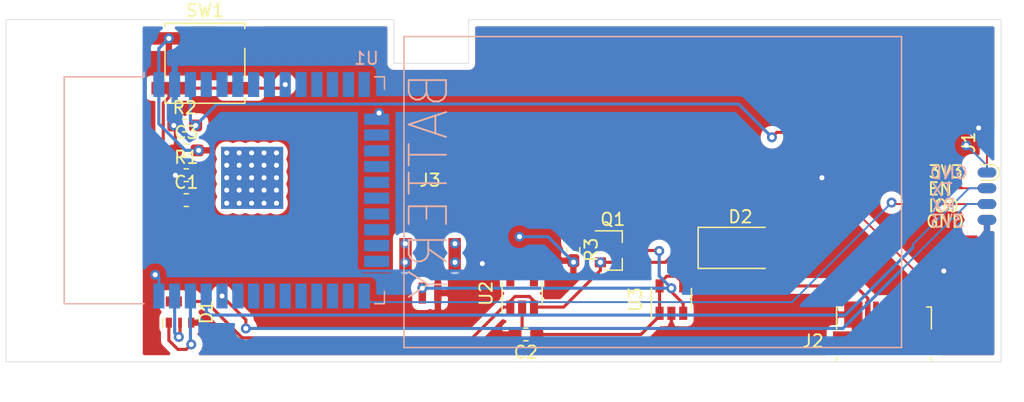
<source format=kicad_pcb>
(kicad_pcb (version 20171130) (host pcbnew 5.1.2-f72e74a~84~ubuntu19.04.1)

  (general
    (thickness 1.6)
    (drawings 21)
    (tracks 201)
    (zones 0)
    (modules 16)
    (nets 47)
  )

  (page A4)
  (layers
    (0 F.Cu signal)
    (31 B.Cu signal)
    (32 B.Adhes user)
    (33 F.Adhes user)
    (34 B.Paste user)
    (35 F.Paste user)
    (36 B.SilkS user)
    (37 F.SilkS user)
    (38 B.Mask user)
    (39 F.Mask user)
    (40 Dwgs.User user)
    (41 Cmts.User user)
    (42 Eco1.User user)
    (43 Eco2.User user)
    (44 Edge.Cuts user)
    (45 Margin user)
    (46 B.CrtYd user)
    (47 F.CrtYd user)
    (48 B.Fab user)
    (49 F.Fab user)
  )

  (setup
    (last_trace_width 0.1524)
    (user_trace_width 0.1524)
    (user_trace_width 0.2)
    (trace_clearance 0.1524)
    (zone_clearance 0.508)
    (zone_45_only no)
    (trace_min 0.1524)
    (via_size 0.8)
    (via_drill 0.4)
    (via_min_size 0.4)
    (via_min_drill 0.3)
    (uvia_size 0.3)
    (uvia_drill 0.1)
    (uvias_allowed no)
    (uvia_min_size 0.2)
    (uvia_min_drill 0.1)
    (edge_width 0.05)
    (segment_width 0.2)
    (pcb_text_width 0.3)
    (pcb_text_size 1.5 1.5)
    (mod_edge_width 0.12)
    (mod_text_size 1 1)
    (mod_text_width 0.15)
    (pad_size 1.524 1.524)
    (pad_drill 0.762)
    (pad_to_mask_clearance 0.051)
    (solder_mask_min_width 0.25)
    (aux_axis_origin 0 0)
    (visible_elements FFFFFF7F)
    (pcbplotparams
      (layerselection 0x010fc_ffffffff)
      (usegerberextensions false)
      (usegerberattributes false)
      (usegerberadvancedattributes false)
      (creategerberjobfile false)
      (excludeedgelayer true)
      (linewidth 0.100000)
      (plotframeref false)
      (viasonmask false)
      (mode 1)
      (useauxorigin false)
      (hpglpennumber 1)
      (hpglpenspeed 20)
      (hpglpendiameter 15.000000)
      (psnegative false)
      (psa4output false)
      (plotreference true)
      (plotvalue true)
      (plotinvisibletext false)
      (padsonsilk false)
      (subtractmaskfromsilk false)
      (outputformat 1)
      (mirror false)
      (drillshape 1)
      (scaleselection 1)
      (outputdirectory ""))
  )

  (net 0 "")
  (net 1 GND)
  (net 2 "Net-(C1-Pad1)")
  (net 3 VUSB)
  (net 4 "Net-(D1-Pad6)")
  (net 5 "Net-(D1-Pad5)")
  (net 6 "Net-(D1-Pad2)")
  (net 7 "Net-(D1-Pad1)")
  (net 8 RX)
  (net 9 TX)
  (net 10 EN)
  (net 11 IO0)
  (net 12 +3V3)
  (net 13 "Net-(J2-Pad4)")
  (net 14 "Net-(J2-Pad3)")
  (net 15 "Net-(J2-Pad2)")
  (net 16 "Net-(U1-Pad33)")
  (net 17 "Net-(U1-Pad32)")
  (net 18 "Net-(U1-Pad31)")
  (net 19 "Net-(U1-Pad30)")
  (net 20 "Net-(U1-Pad29)")
  (net 21 "Net-(U1-Pad28)")
  (net 22 "Net-(U1-Pad27)")
  (net 23 "Net-(U1-Pad26)")
  (net 24 "Net-(U1-Pad24)")
  (net 25 "Net-(U1-Pad23)")
  (net 26 "Net-(U1-Pad22)")
  (net 27 "Net-(U1-Pad21)")
  (net 28 "Net-(U1-Pad20)")
  (net 29 "Net-(U1-Pad19)")
  (net 30 "Net-(U1-Pad18)")
  (net 31 "Net-(U1-Pad17)")
  (net 32 "Net-(U1-Pad13)")
  (net 33 "Net-(U1-Pad12)")
  (net 34 "Net-(U1-Pad11)")
  (net 35 "Net-(U1-Pad10)")
  (net 36 "Net-(U1-Pad8)")
  (net 37 "Net-(U1-Pad7)")
  (net 38 "Net-(U1-Pad6)")
  (net 39 "Net-(U1-Pad5)")
  (net 40 "Net-(U1-Pad4)")
  (net 41 "Net-(U2-Pad4)")
  (net 42 "Net-(U1-Pad16)")
  (net 43 "Net-(U1-Pad14)")
  (net 44 VBUS)
  (net 45 VIN)
  (net 46 VBAT)

  (net_class Default "This is the default net class."
    (clearance 0.1524)
    (trace_width 0.1524)
    (via_dia 0.8)
    (via_drill 0.4)
    (uvia_dia 0.3)
    (uvia_drill 0.1)
    (add_net +3V3)
    (add_net EN)
    (add_net GND)
    (add_net IO0)
    (add_net "Net-(C1-Pad1)")
    (add_net "Net-(D1-Pad1)")
    (add_net "Net-(D1-Pad2)")
    (add_net "Net-(D1-Pad5)")
    (add_net "Net-(D1-Pad6)")
    (add_net "Net-(J2-Pad2)")
    (add_net "Net-(J2-Pad3)")
    (add_net "Net-(J2-Pad4)")
    (add_net "Net-(U1-Pad10)")
    (add_net "Net-(U1-Pad11)")
    (add_net "Net-(U1-Pad12)")
    (add_net "Net-(U1-Pad13)")
    (add_net "Net-(U1-Pad14)")
    (add_net "Net-(U1-Pad16)")
    (add_net "Net-(U1-Pad17)")
    (add_net "Net-(U1-Pad18)")
    (add_net "Net-(U1-Pad19)")
    (add_net "Net-(U1-Pad20)")
    (add_net "Net-(U1-Pad21)")
    (add_net "Net-(U1-Pad22)")
    (add_net "Net-(U1-Pad23)")
    (add_net "Net-(U1-Pad24)")
    (add_net "Net-(U1-Pad26)")
    (add_net "Net-(U1-Pad27)")
    (add_net "Net-(U1-Pad28)")
    (add_net "Net-(U1-Pad29)")
    (add_net "Net-(U1-Pad30)")
    (add_net "Net-(U1-Pad31)")
    (add_net "Net-(U1-Pad32)")
    (add_net "Net-(U1-Pad33)")
    (add_net "Net-(U1-Pad4)")
    (add_net "Net-(U1-Pad5)")
    (add_net "Net-(U1-Pad6)")
    (add_net "Net-(U1-Pad7)")
    (add_net "Net-(U1-Pad8)")
    (add_net "Net-(U2-Pad4)")
    (add_net RX)
    (add_net TX)
    (add_net VBAT)
    (add_net VBUS)
    (add_net VIN)
    (add_net VUSB)
  )

  (module SOICbite:SOIC_clipProgSmall (layer F.Cu) (tedit 5C59A3E2) (tstamp 5D15ED52)
    (at 158.12 125.38 90)
    (path /5D1985B1)
    (fp_text reference J1 (at 4.33 -2.22 90) (layer F.SilkS)
      (effects (font (size 1 1) (thickness 0.15)))
    )
    (fp_text value Conn_01x08_Female (at 0.127 1.397 90) (layer F.Fab)
      (effects (font (size 1 1) (thickness 0.15)))
    )
    (fp_line (start -3.175 -2.54) (end -3.175 0.381) (layer F.Fab) (width 0.1))
    (fp_line (start 3.175 0.381) (end 3.175 -2.54) (layer F.Fab) (width 0.1))
    (fp_line (start 3.175 -2.54) (end -3.175 -2.54) (layer F.Fab) (width 0.1))
    (fp_line (start -3.81 0.381) (end 3.81 0.381) (layer F.Fab) (width 0.1))
    (fp_arc (start 1.905 -0.381) (end 2.54 -0.381) (angle 180) (layer F.SilkS) (width 0.1))
    (fp_line (start 2.54 -0.381) (end 2.54 -1.27) (layer F.SilkS) (width 0.1))
    (fp_line (start 1.27 -0.381) (end 1.27 -1.27) (layer F.SilkS) (width 0.1))
    (pad "" np_thru_hole circle (at 2.54 -1.905 90) (size 0.7 0.7) (drill 0.7) (layers *.Cu *.Mask))
    (pad "" np_thru_hole circle (at 1.27 -1.905 90) (size 0.7 0.7) (drill 0.7) (layers *.Cu *.Mask))
    (pad "" np_thru_hole circle (at 0 -1.905 90) (size 0.7 0.7) (drill 0.7) (layers *.Cu *.Mask))
    (pad "" np_thru_hole circle (at -1.27 -1.905 90) (size 0.7 0.7) (drill 0.7) (layers *.Cu *.Mask))
    (pad "" np_thru_hole circle (at -2.54 -1.905 90) (size 0.7 0.7) (drill 0.7) (layers *.Cu *.Mask))
    (pad 8 smd oval (at 1.905 -0.75 90) (size 0.8 1.5) (layers B.Cu B.Mask)
      (net 1 GND))
    (pad 7 smd oval (at 0.635 -0.75 90) (size 0.8 1.5) (layers B.Cu B.Mask)
      (net 9 TX))
    (pad 6 smd oval (at -0.635 -0.75 90) (size 0.8 1.5) (layers B.Cu B.Mask)
      (net 8 RX))
    (pad 1 smd oval (at 1.905 -0.75 90) (size 0.8 1.5) (layers F.Cu F.Mask)
      (net 12 +3V3))
    (pad 2 smd oval (at 0.635 -0.75 90) (size 0.8 1.5) (layers F.Cu F.Mask)
      (net 10 EN))
    (pad 3 smd oval (at -0.635 -0.75 90) (size 0.8 1.5) (layers F.Cu F.Mask)
      (net 11 IO0))
    (pad 4 smd oval (at -1.905 -0.75 90) (size 0.8 1.5) (layers F.Cu F.Mask)
      (net 1 GND))
    (pad 5 smd oval (at -1.905 -0.75 90) (size 0.8 1.5) (layers B.Cu B.Mask)
      (net 12 +3V3))
  )

  (module ricmohte:LED-APA102-2020 (layer F.Cu) (tedit 5CE835A2) (tstamp 5CE500CC)
    (at 92.5 134.7 90)
    (descr http://www.led-color.com/upload/201604/APA102-2020%20SMD%20LED.pdf)
    (tags "LED RGB SPI")
    (path /5CEDF491)
    (attr smd)
    (fp_text reference D1 (at 0 2.11 90) (layer F.SilkS)
      (effects (font (size 1 1) (thickness 0.15)))
    )
    (fp_text value APA102 (at 0 -2 90) (layer F.Fab)
      (effects (font (size 1 1) (thickness 0.15)))
    )
    (fp_line (start -0.5 -1) (end 1 -1) (layer F.Fab) (width 0.1))
    (fp_line (start 1 -1) (end 1 1) (layer F.Fab) (width 0.1))
    (fp_line (start 1 1) (end -1 1) (layer F.Fab) (width 0.1))
    (fp_line (start -1 1) (end -1 -0.5) (layer F.Fab) (width 0.1))
    (fp_line (start 1.5 -1.4) (end 1.5 1.4) (layer F.CrtYd) (width 0.05))
    (fp_line (start -1.2 -1.4) (end -0.5 -1.4) (layer F.SilkS) (width 0.12))
    (fp_text user %R (at 0 0 90) (layer F.Fab)
      (effects (font (size 1 1) (thickness 0.15)))
    )
    (fp_line (start -0.5 -1) (end -1 -0.5) (layer F.Fab) (width 0.1))
    (fp_line (start -1.5 -1.4) (end -1.5 1.4) (layer F.CrtYd) (width 0.05))
    (fp_line (start -0.5 1.4) (end -0.5 1.58) (layer F.CrtYd) (width 0.05))
    (fp_line (start -0.5 1.58) (end 0.5 1.58) (layer F.CrtYd) (width 0.05))
    (fp_line (start 0.5 1.58) (end 0.5 1.4) (layer F.CrtYd) (width 0.05))
    (fp_line (start -0.5 -1.4) (end -0.5 -1.58) (layer F.CrtYd) (width 0.05))
    (fp_line (start -0.5 -1.58) (end 0.5 -1.58) (layer F.CrtYd) (width 0.05))
    (fp_line (start 0.5 -1.58) (end 0.5 -1.4) (layer F.CrtYd) (width 0.05))
    (fp_line (start 0.5 -1.4) (end 1.5 -1.4) (layer F.CrtYd) (width 0.05))
    (fp_line (start -1.5 -1.4) (end -0.5 -1.4) (layer F.CrtYd) (width 0.05))
    (fp_line (start -0.5 1.4) (end -1.5 1.4) (layer F.CrtYd) (width 0.05))
    (fp_line (start 1.5 1.4) (end 0.5 1.4) (layer F.CrtYd) (width 0.05))
    (pad 1 smd rect (at -0.85 -0.9 90) (size 0.8 0.5) (layers F.Cu F.Paste F.Mask)
      (net 7 "Net-(D1-Pad1)"))
    (pad 2 smd rect (at -0.85 0 90) (size 0.8 0.3) (layers F.Cu F.Paste F.Mask)
      (net 6 "Net-(D1-Pad2)"))
    (pad 3 smd rect (at -0.85 0.9 90) (size 0.8 0.5) (layers F.Cu F.Paste F.Mask)
      (net 1 GND))
    (pad 5 smd rect (at 0.85 0 90) (size 0.8 0.3) (layers F.Cu F.Paste F.Mask)
      (net 5 "Net-(D1-Pad5)"))
    (pad 4 smd rect (at 0.85 0.9 90) (size 0.8 0.5) (layers F.Cu F.Paste F.Mask)
      (net 45 VIN))
    (pad 6 smd rect (at 0.85 -0.9 90) (size 0.8 0.5) (layers F.Cu F.Paste F.Mask)
      (net 4 "Net-(D1-Pad6)"))
    (model ${KIPRJMOD}/APA102.step
      (offset (xyz 55.5 35.25 0))
      (scale (xyz 1 1 1))
      (rotate (xyz 0 0 0))
    )
  )

  (module Resistor_SMD:R_0603_1608Metric_Pad1.05x0.95mm_HandSolder (layer F.Cu) (tedit 5B301BBD) (tstamp 5CE83E4D)
    (at 124.12 129.695 270)
    (descr "Resistor SMD 0603 (1608 Metric), square (rectangular) end terminal, IPC_7351 nominal with elongated pad for handsoldering. (Body size source: http://www.tortai-tech.com/upload/download/2011102023233369053.pdf), generated with kicad-footprint-generator")
    (tags "resistor handsolder")
    (path /5CEA9705)
    (attr smd)
    (fp_text reference R3 (at 0 -1.43 90) (layer F.SilkS)
      (effects (font (size 1 1) (thickness 0.15)))
    )
    (fp_text value R (at 0 1.43 90) (layer F.Fab)
      (effects (font (size 1 1) (thickness 0.15)))
    )
    (fp_text user %R (at 0 0 90) (layer F.Fab)
      (effects (font (size 0.4 0.4) (thickness 0.06)))
    )
    (fp_line (start 1.65 0.73) (end -1.65 0.73) (layer F.CrtYd) (width 0.05))
    (fp_line (start 1.65 -0.73) (end 1.65 0.73) (layer F.CrtYd) (width 0.05))
    (fp_line (start -1.65 -0.73) (end 1.65 -0.73) (layer F.CrtYd) (width 0.05))
    (fp_line (start -1.65 0.73) (end -1.65 -0.73) (layer F.CrtYd) (width 0.05))
    (fp_line (start -0.171267 0.51) (end 0.171267 0.51) (layer F.SilkS) (width 0.12))
    (fp_line (start -0.171267 -0.51) (end 0.171267 -0.51) (layer F.SilkS) (width 0.12))
    (fp_line (start 0.8 0.4) (end -0.8 0.4) (layer F.Fab) (width 0.1))
    (fp_line (start 0.8 -0.4) (end 0.8 0.4) (layer F.Fab) (width 0.1))
    (fp_line (start -0.8 -0.4) (end 0.8 -0.4) (layer F.Fab) (width 0.1))
    (fp_line (start -0.8 0.4) (end -0.8 -0.4) (layer F.Fab) (width 0.1))
    (pad 2 smd roundrect (at 0.875 0 270) (size 1.05 0.95) (layers F.Cu F.Paste F.Mask) (roundrect_rratio 0.25)
      (net 1 GND))
    (pad 1 smd roundrect (at -0.875 0 270) (size 1.05 0.95) (layers F.Cu F.Paste F.Mask) (roundrect_rratio 0.25)
      (net 44 VBUS))
    (model ${KISYS3DMOD}/Resistor_SMD.3dshapes/R_0603_1608Metric.wrl
      (at (xyz 0 0 0))
      (scale (xyz 1 1 1))
      (rotate (xyz 0 0 0))
    )
  )

  (module Package_TO_SOT_SMD:SOT-23 (layer F.Cu) (tedit 5A02FF57) (tstamp 5CE83B8D)
    (at 127.29 129.75)
    (descr "SOT-23, Standard")
    (tags SOT-23)
    (path /5CE89340)
    (attr smd)
    (fp_text reference Q1 (at 0 -2.5) (layer F.SilkS)
      (effects (font (size 1 1) (thickness 0.15)))
    )
    (fp_text value BSS83P (at 0 2.5) (layer F.Fab)
      (effects (font (size 1 1) (thickness 0.15)))
    )
    (fp_line (start 0.76 1.58) (end -0.7 1.58) (layer F.SilkS) (width 0.12))
    (fp_line (start 0.76 -1.58) (end -1.4 -1.58) (layer F.SilkS) (width 0.12))
    (fp_line (start -1.7 1.75) (end -1.7 -1.75) (layer F.CrtYd) (width 0.05))
    (fp_line (start 1.7 1.75) (end -1.7 1.75) (layer F.CrtYd) (width 0.05))
    (fp_line (start 1.7 -1.75) (end 1.7 1.75) (layer F.CrtYd) (width 0.05))
    (fp_line (start -1.7 -1.75) (end 1.7 -1.75) (layer F.CrtYd) (width 0.05))
    (fp_line (start 0.76 -1.58) (end 0.76 -0.65) (layer F.SilkS) (width 0.12))
    (fp_line (start 0.76 1.58) (end 0.76 0.65) (layer F.SilkS) (width 0.12))
    (fp_line (start -0.7 1.52) (end 0.7 1.52) (layer F.Fab) (width 0.1))
    (fp_line (start 0.7 -1.52) (end 0.7 1.52) (layer F.Fab) (width 0.1))
    (fp_line (start -0.7 -0.95) (end -0.15 -1.52) (layer F.Fab) (width 0.1))
    (fp_line (start -0.15 -1.52) (end 0.7 -1.52) (layer F.Fab) (width 0.1))
    (fp_line (start -0.7 -0.95) (end -0.7 1.5) (layer F.Fab) (width 0.1))
    (fp_text user %R (at 0 0 90) (layer F.Fab)
      (effects (font (size 0.5 0.5) (thickness 0.075)))
    )
    (pad 3 smd rect (at 1 0) (size 0.9 0.8) (layers F.Cu F.Paste F.Mask)
      (net 46 VBAT))
    (pad 2 smd rect (at -1 0.95) (size 0.9 0.8) (layers F.Cu F.Paste F.Mask)
      (net 45 VIN))
    (pad 1 smd rect (at -1 -0.95) (size 0.9 0.8) (layers F.Cu F.Paste F.Mask)
      (net 44 VBUS))
    (model ${KISYS3DMOD}/Package_TO_SOT_SMD.3dshapes/SOT-23.wrl
      (at (xyz 0 0 0))
      (scale (xyz 1 1 1))
      (rotate (xyz 0 0 0))
    )
  )

  (module Diode_SMD:D_SMA (layer F.Cu) (tedit 586432E5) (tstamp 5CE83A60)
    (at 137.55 129.54)
    (descr "Diode SMA (DO-214AC)")
    (tags "Diode SMA (DO-214AC)")
    (path /5CEA9707)
    (attr smd)
    (fp_text reference D2 (at 0 -2.5) (layer F.SilkS)
      (effects (font (size 1 1) (thickness 0.15)))
    )
    (fp_text value B140-E3 (at 0 2.6) (layer F.Fab)
      (effects (font (size 1 1) (thickness 0.15)))
    )
    (fp_line (start -3.4 -1.65) (end 2 -1.65) (layer F.SilkS) (width 0.12))
    (fp_line (start -3.4 1.65) (end 2 1.65) (layer F.SilkS) (width 0.12))
    (fp_line (start -0.64944 0.00102) (end 0.50118 -0.79908) (layer F.Fab) (width 0.1))
    (fp_line (start -0.64944 0.00102) (end 0.50118 0.75032) (layer F.Fab) (width 0.1))
    (fp_line (start 0.50118 0.75032) (end 0.50118 -0.79908) (layer F.Fab) (width 0.1))
    (fp_line (start -0.64944 -0.79908) (end -0.64944 0.80112) (layer F.Fab) (width 0.1))
    (fp_line (start 0.50118 0.00102) (end 1.4994 0.00102) (layer F.Fab) (width 0.1))
    (fp_line (start -0.64944 0.00102) (end -1.55114 0.00102) (layer F.Fab) (width 0.1))
    (fp_line (start -3.5 1.75) (end -3.5 -1.75) (layer F.CrtYd) (width 0.05))
    (fp_line (start 3.5 1.75) (end -3.5 1.75) (layer F.CrtYd) (width 0.05))
    (fp_line (start 3.5 -1.75) (end 3.5 1.75) (layer F.CrtYd) (width 0.05))
    (fp_line (start -3.5 -1.75) (end 3.5 -1.75) (layer F.CrtYd) (width 0.05))
    (fp_line (start 2.3 -1.5) (end -2.3 -1.5) (layer F.Fab) (width 0.1))
    (fp_line (start 2.3 -1.5) (end 2.3 1.5) (layer F.Fab) (width 0.1))
    (fp_line (start -2.3 1.5) (end -2.3 -1.5) (layer F.Fab) (width 0.1))
    (fp_line (start 2.3 1.5) (end -2.3 1.5) (layer F.Fab) (width 0.1))
    (fp_line (start -3.4 -1.65) (end -3.4 1.65) (layer F.SilkS) (width 0.12))
    (fp_text user %R (at 0 -2.5) (layer F.Fab)
      (effects (font (size 1 1) (thickness 0.15)))
    )
    (pad 2 smd rect (at 2 0) (size 2.5 1.8) (layers F.Cu F.Paste F.Mask)
      (net 44 VBUS))
    (pad 1 smd rect (at -2 0) (size 2.5 1.8) (layers F.Cu F.Paste F.Mask)
      (net 45 VIN))
    (model ${KISYS3DMOD}/Diode_SMD.3dshapes/D_SMA.wrl
      (at (xyz 0 0 0))
      (scale (xyz 1 1 1))
      (rotate (xyz 0 0 0))
    )
  )

  (module ricmohte:BM02B-GHS-TBT (layer F.Cu) (tedit 5CE4BB8D) (tstamp 5CE50169)
    (at 112.6 130.1 180)
    (path /5CE4E6E8)
    (fp_text reference J3 (at 0 6) (layer F.SilkS)
      (effects (font (size 1 1) (thickness 0.15)))
    )
    (fp_text value Conn_01x02_Male (at 0 -7.5) (layer F.Fab)
      (effects (font (size 1 1) (thickness 0.15)))
    )
    (pad 1 smd rect (at 0.625 -3.075 180) (size 0.6 1.7) (layers F.Cu F.Paste F.Mask)
      (net 46 VBAT))
    (pad 2 smd rect (at -0.625 -3.075 180) (size 0.6 1.7) (layers F.Cu F.Paste F.Mask)
      (net 1 GND))
    (pad "" smd rect (at 1.975 0 180) (size 1 2.7) (layers F.Cu F.Paste F.Mask))
    (pad "" smd rect (at -1.975 0 180) (size 1 2.7) (layers F.Cu F.Paste F.Mask))
  )

  (module Resistor_SMD:R_0603_1608Metric_Pad1.05x0.95mm_HandSolder (layer F.Cu) (tedit 5B301BBD) (tstamp 5CE4FF7A)
    (at 92.875 119.7)
    (descr "Resistor SMD 0603 (1608 Metric), square (rectangular) end terminal, IPC_7351 nominal with elongated pad for handsoldering. (Body size source: http://www.tortai-tech.com/upload/download/2011102023233369053.pdf), generated with kicad-footprint-generator")
    (tags "resistor handsolder")
    (path /5CE4FE77)
    (attr smd)
    (fp_text reference R2 (at 0 -1.43) (layer F.SilkS)
      (effects (font (size 1 1) (thickness 0.15)))
    )
    (fp_text value R (at 0 1.43) (layer F.Fab)
      (effects (font (size 1 1) (thickness 0.15)))
    )
    (fp_line (start -0.8 0.4) (end -0.8 -0.4) (layer F.Fab) (width 0.1))
    (fp_line (start -0.8 -0.4) (end 0.8 -0.4) (layer F.Fab) (width 0.1))
    (fp_line (start 0.8 -0.4) (end 0.8 0.4) (layer F.Fab) (width 0.1))
    (fp_line (start 0.8 0.4) (end -0.8 0.4) (layer F.Fab) (width 0.1))
    (fp_line (start -0.171267 -0.51) (end 0.171267 -0.51) (layer F.SilkS) (width 0.12))
    (fp_line (start -0.171267 0.51) (end 0.171267 0.51) (layer F.SilkS) (width 0.12))
    (fp_line (start -1.65 0.73) (end -1.65 -0.73) (layer F.CrtYd) (width 0.05))
    (fp_line (start -1.65 -0.73) (end 1.65 -0.73) (layer F.CrtYd) (width 0.05))
    (fp_line (start 1.65 -0.73) (end 1.65 0.73) (layer F.CrtYd) (width 0.05))
    (fp_line (start 1.65 0.73) (end -1.65 0.73) (layer F.CrtYd) (width 0.05))
    (fp_text user %R (at 0 0) (layer F.Fab)
      (effects (font (size 0.4 0.4) (thickness 0.06)))
    )
    (pad 1 smd roundrect (at -0.875 0) (size 1.05 0.95) (layers F.Cu F.Paste F.Mask) (roundrect_rratio 0.25)
      (net 12 +3V3))
    (pad 2 smd roundrect (at 0.875 0) (size 1.05 0.95) (layers F.Cu F.Paste F.Mask) (roundrect_rratio 0.25)
      (net 10 EN))
    (model ${KISYS3DMOD}/Resistor_SMD.3dshapes/R_0603_1608Metric.wrl
      (at (xyz 0 0 0))
      (scale (xyz 1 1 1))
      (rotate (xyz 0 0 0))
    )
  )

  (module Capacitor_SMD:C_0603_1608Metric_Pad1.05x0.95mm_HandSolder (layer F.Cu) (tedit 5B301BBE) (tstamp 5CE4FDFB)
    (at 93 121.7)
    (descr "Capacitor SMD 0603 (1608 Metric), square (rectangular) end terminal, IPC_7351 nominal with elongated pad for handsoldering. (Body size source: http://www.tortai-tech.com/upload/download/2011102023233369053.pdf), generated with kicad-footprint-generator")
    (tags "capacitor handsolder")
    (path /5CE570CD)
    (attr smd)
    (fp_text reference C3 (at 0 -1.43) (layer F.SilkS)
      (effects (font (size 1 1) (thickness 0.15)))
    )
    (fp_text value 1u (at 0 1.43) (layer F.Fab)
      (effects (font (size 1 1) (thickness 0.15)))
    )
    (fp_line (start -0.8 0.4) (end -0.8 -0.4) (layer F.Fab) (width 0.1))
    (fp_line (start -0.8 -0.4) (end 0.8 -0.4) (layer F.Fab) (width 0.1))
    (fp_line (start 0.8 -0.4) (end 0.8 0.4) (layer F.Fab) (width 0.1))
    (fp_line (start 0.8 0.4) (end -0.8 0.4) (layer F.Fab) (width 0.1))
    (fp_line (start -0.171267 -0.51) (end 0.171267 -0.51) (layer F.SilkS) (width 0.12))
    (fp_line (start -0.171267 0.51) (end 0.171267 0.51) (layer F.SilkS) (width 0.12))
    (fp_line (start -1.65 0.73) (end -1.65 -0.73) (layer F.CrtYd) (width 0.05))
    (fp_line (start -1.65 -0.73) (end 1.65 -0.73) (layer F.CrtYd) (width 0.05))
    (fp_line (start 1.65 -0.73) (end 1.65 0.73) (layer F.CrtYd) (width 0.05))
    (fp_line (start 1.65 0.73) (end -1.65 0.73) (layer F.CrtYd) (width 0.05))
    (fp_text user %R (at 0 0) (layer F.Fab)
      (effects (font (size 0.4 0.4) (thickness 0.06)))
    )
    (pad 1 smd roundrect (at -0.875 0) (size 1.05 0.95) (layers F.Cu F.Paste F.Mask) (roundrect_rratio 0.25)
      (net 12 +3V3))
    (pad 2 smd roundrect (at 0.875 0) (size 1.05 0.95) (layers F.Cu F.Paste F.Mask) (roundrect_rratio 0.25)
      (net 1 GND))
    (model ${KISYS3DMOD}/Capacitor_SMD.3dshapes/C_0603_1608Metric.wrl
      (at (xyz 0 0 0))
      (scale (xyz 1 1 1))
      (rotate (xyz 0 0 0))
    )
  )

  (module Package_TO_SOT_SMD:SOT-23-5 (layer F.Cu) (tedit 5A02FF57) (tstamp 5CE5022D)
    (at 132 133.7 90)
    (descr "5-pin SOT23 package")
    (tags SOT-23-5)
    (path /5CE84B04)
    (attr smd)
    (fp_text reference U3 (at 0 -2.9 90) (layer F.SilkS)
      (effects (font (size 1 1) (thickness 0.15)))
    )
    (fp_text value MCP73811T-420I-OT (at 0 2.9 90) (layer F.Fab)
      (effects (font (size 1 1) (thickness 0.15)))
    )
    (fp_text user %R (at 0 0) (layer F.Fab)
      (effects (font (size 0.5 0.5) (thickness 0.075)))
    )
    (fp_line (start -0.9 1.61) (end 0.9 1.61) (layer F.SilkS) (width 0.12))
    (fp_line (start 0.9 -1.61) (end -1.55 -1.61) (layer F.SilkS) (width 0.12))
    (fp_line (start -1.9 -1.8) (end 1.9 -1.8) (layer F.CrtYd) (width 0.05))
    (fp_line (start 1.9 -1.8) (end 1.9 1.8) (layer F.CrtYd) (width 0.05))
    (fp_line (start 1.9 1.8) (end -1.9 1.8) (layer F.CrtYd) (width 0.05))
    (fp_line (start -1.9 1.8) (end -1.9 -1.8) (layer F.CrtYd) (width 0.05))
    (fp_line (start -0.9 -0.9) (end -0.25 -1.55) (layer F.Fab) (width 0.1))
    (fp_line (start 0.9 -1.55) (end -0.25 -1.55) (layer F.Fab) (width 0.1))
    (fp_line (start -0.9 -0.9) (end -0.9 1.55) (layer F.Fab) (width 0.1))
    (fp_line (start 0.9 1.55) (end -0.9 1.55) (layer F.Fab) (width 0.1))
    (fp_line (start 0.9 -1.55) (end 0.9 1.55) (layer F.Fab) (width 0.1))
    (pad 1 smd rect (at -1.1 -0.95 90) (size 1.06 0.65) (layers F.Cu F.Paste F.Mask)
      (net 3 VUSB))
    (pad 2 smd rect (at -1.1 0 90) (size 1.06 0.65) (layers F.Cu F.Paste F.Mask)
      (net 1 GND))
    (pad 3 smd rect (at -1.1 0.95 90) (size 1.06 0.65) (layers F.Cu F.Paste F.Mask)
      (net 46 VBAT))
    (pad 4 smd rect (at 1.1 0.95 90) (size 1.06 0.65) (layers F.Cu F.Paste F.Mask)
      (net 3 VUSB))
    (pad 5 smd rect (at 1.1 -0.95 90) (size 1.06 0.65) (layers F.Cu F.Paste F.Mask)
      (net 3 VUSB))
    (model ${KISYS3DMOD}/Package_TO_SOT_SMD.3dshapes/SOT-23-5.wrl
      (at (xyz 0 0 0))
      (scale (xyz 1 1 1))
      (rotate (xyz 0 0 0))
    )
  )

  (module Package_TO_SOT_SMD:SOT-23-5 (layer F.Cu) (tedit 5A02FF57) (tstamp 5CE50218)
    (at 120 133.2 90)
    (descr "5-pin SOT23 package")
    (tags SOT-23-5)
    (path /5CE4BB78)
    (attr smd)
    (fp_text reference U2 (at 0 -2.9 90) (layer F.SilkS)
      (effects (font (size 1 1) (thickness 0.15)))
    )
    (fp_text value AP2112K-3.3 (at 0 2.9 90) (layer F.Fab)
      (effects (font (size 1 1) (thickness 0.15)))
    )
    (fp_text user %R (at 0 0) (layer F.Fab)
      (effects (font (size 0.5 0.5) (thickness 0.075)))
    )
    (fp_line (start -0.9 1.61) (end 0.9 1.61) (layer F.SilkS) (width 0.12))
    (fp_line (start 0.9 -1.61) (end -1.55 -1.61) (layer F.SilkS) (width 0.12))
    (fp_line (start -1.9 -1.8) (end 1.9 -1.8) (layer F.CrtYd) (width 0.05))
    (fp_line (start 1.9 -1.8) (end 1.9 1.8) (layer F.CrtYd) (width 0.05))
    (fp_line (start 1.9 1.8) (end -1.9 1.8) (layer F.CrtYd) (width 0.05))
    (fp_line (start -1.9 1.8) (end -1.9 -1.8) (layer F.CrtYd) (width 0.05))
    (fp_line (start -0.9 -0.9) (end -0.25 -1.55) (layer F.Fab) (width 0.1))
    (fp_line (start 0.9 -1.55) (end -0.25 -1.55) (layer F.Fab) (width 0.1))
    (fp_line (start -0.9 -0.9) (end -0.9 1.55) (layer F.Fab) (width 0.1))
    (fp_line (start 0.9 1.55) (end -0.9 1.55) (layer F.Fab) (width 0.1))
    (fp_line (start 0.9 -1.55) (end 0.9 1.55) (layer F.Fab) (width 0.1))
    (pad 1 smd rect (at -1.1 -0.95 90) (size 1.06 0.65) (layers F.Cu F.Paste F.Mask)
      (net 45 VIN))
    (pad 2 smd rect (at -1.1 0 90) (size 1.06 0.65) (layers F.Cu F.Paste F.Mask)
      (net 1 GND))
    (pad 3 smd rect (at -1.1 0.95 90) (size 1.06 0.65) (layers F.Cu F.Paste F.Mask)
      (net 45 VIN))
    (pad 4 smd rect (at 1.1 0.95 90) (size 1.06 0.65) (layers F.Cu F.Paste F.Mask)
      (net 41 "Net-(U2-Pad4)"))
    (pad 5 smd rect (at 1.1 -0.95 90) (size 1.06 0.65) (layers F.Cu F.Paste F.Mask)
      (net 12 +3V3))
    (model ${KISYS3DMOD}/Package_TO_SOT_SMD.3dshapes/SOT-23-5.wrl
      (at (xyz 0 0 0))
      (scale (xyz 1 1 1))
      (rotate (xyz 0 0 0))
    )
  )

  (module RF_Module:ESP32-WROOM-32 (layer B.Cu) (tedit 5B5B4654) (tstamp 5CE50203)
    (at 99.05 124.91 270)
    (descr "Single 2.4 GHz Wi-Fi and Bluetooth combo chip https://www.espressif.com/sites/default/files/documentation/esp32-wroom-32_datasheet_en.pdf")
    (tags "Single 2.4 GHz Wi-Fi and Bluetooth combo  chip")
    (path /5CE4A36D)
    (attr smd)
    (fp_text reference U1 (at -10.61 -8.43 180) (layer B.SilkS)
      (effects (font (size 1 1) (thickness 0.15)) (justify mirror))
    )
    (fp_text value ESP32-WROOM-32 (at 0 -11.5 90) (layer B.Fab)
      (effects (font (size 1 1) (thickness 0.15)) (justify mirror))
    )
    (fp_text user %R (at 0 0 90) (layer B.Fab)
      (effects (font (size 1 1) (thickness 0.15)) (justify mirror))
    )
    (fp_text user "KEEP-OUT ZONE" (at 0 19 90) (layer Cmts.User)
      (effects (font (size 1 1) (thickness 0.15)))
    )
    (fp_text user Antenna (at 0 13 90) (layer Cmts.User)
      (effects (font (size 1 1) (thickness 0.15)))
    )
    (fp_text user "5 mm" (at 11.8 14.375 90) (layer Cmts.User)
      (effects (font (size 0.5 0.5) (thickness 0.1)))
    )
    (fp_text user "5 mm" (at -11.2 14.375 90) (layer Cmts.User)
      (effects (font (size 0.5 0.5) (thickness 0.1)))
    )
    (fp_text user "5 mm" (at 7.8 19.075 180) (layer Cmts.User)
      (effects (font (size 0.5 0.5) (thickness 0.1)))
    )
    (fp_line (start -14 9.97) (end -14 20.75) (layer Dwgs.User) (width 0.1))
    (fp_line (start 9 -9.76) (end 9 15.745) (layer B.Fab) (width 0.1))
    (fp_line (start -9 -9.76) (end 9 -9.76) (layer B.Fab) (width 0.1))
    (fp_line (start -9 15.745) (end -9 10.02) (layer B.Fab) (width 0.1))
    (fp_line (start -9 15.745) (end 9 15.745) (layer B.Fab) (width 0.1))
    (fp_line (start -9.75 -10.5) (end -9.75 9.72) (layer B.CrtYd) (width 0.05))
    (fp_line (start -9.75 -10.5) (end 9.75 -10.5) (layer B.CrtYd) (width 0.05))
    (fp_line (start 9.75 9.72) (end 9.75 -10.5) (layer B.CrtYd) (width 0.05))
    (fp_line (start -14.25 21) (end 14.25 21) (layer B.CrtYd) (width 0.05))
    (fp_line (start -9 9.02) (end -9 -9.76) (layer B.Fab) (width 0.1))
    (fp_line (start -8.5 9.52) (end -9 10.02) (layer B.Fab) (width 0.1))
    (fp_line (start -9 9.02) (end -8.5 9.52) (layer B.Fab) (width 0.1))
    (fp_line (start 14 9.97) (end -14 9.97) (layer Dwgs.User) (width 0.1))
    (fp_line (start 14 9.97) (end 14 20.75) (layer Dwgs.User) (width 0.1))
    (fp_line (start 14 20.75) (end -14 20.75) (layer Dwgs.User) (width 0.1))
    (fp_line (start -14.25 21) (end -14.25 9.72) (layer B.CrtYd) (width 0.05))
    (fp_line (start 14.25 21) (end 14.25 9.72) (layer B.CrtYd) (width 0.05))
    (fp_line (start -14.25 9.72) (end -9.75 9.72) (layer B.CrtYd) (width 0.05))
    (fp_line (start 9.75 9.72) (end 14.25 9.72) (layer B.CrtYd) (width 0.05))
    (fp_line (start -12.525 20.75) (end -14 19.66) (layer Dwgs.User) (width 0.1))
    (fp_line (start -10.525 20.75) (end -14 18.045) (layer Dwgs.User) (width 0.1))
    (fp_line (start -8.525 20.75) (end -14 16.43) (layer Dwgs.User) (width 0.1))
    (fp_line (start -6.525 20.75) (end -14 14.815) (layer Dwgs.User) (width 0.1))
    (fp_line (start -4.525 20.75) (end -14 13.2) (layer Dwgs.User) (width 0.1))
    (fp_line (start -2.525 20.75) (end -14 11.585) (layer Dwgs.User) (width 0.1))
    (fp_line (start -0.525 20.75) (end -14 9.97) (layer Dwgs.User) (width 0.1))
    (fp_line (start 1.475 20.75) (end -12 9.97) (layer Dwgs.User) (width 0.1))
    (fp_line (start 3.475 20.75) (end -10 9.97) (layer Dwgs.User) (width 0.1))
    (fp_line (start -8 9.97) (end 5.475 20.75) (layer Dwgs.User) (width 0.1))
    (fp_line (start 7.475 20.75) (end -6 9.97) (layer Dwgs.User) (width 0.1))
    (fp_line (start 9.475 20.75) (end -4 9.97) (layer Dwgs.User) (width 0.1))
    (fp_line (start 11.475 20.75) (end -2 9.97) (layer Dwgs.User) (width 0.1))
    (fp_line (start 13.475 20.75) (end 0 9.97) (layer Dwgs.User) (width 0.1))
    (fp_line (start 14 19.66) (end 2 9.97) (layer Dwgs.User) (width 0.1))
    (fp_line (start 14 18.045) (end 4 9.97) (layer Dwgs.User) (width 0.1))
    (fp_line (start 14 16.43) (end 6 9.97) (layer Dwgs.User) (width 0.1))
    (fp_line (start 14 14.815) (end 8 9.97) (layer Dwgs.User) (width 0.1))
    (fp_line (start 14 13.2) (end 10 9.97) (layer Dwgs.User) (width 0.1))
    (fp_line (start 14 11.585) (end 12 9.97) (layer Dwgs.User) (width 0.1))
    (fp_line (start 9.2 13.875) (end 13.8 13.875) (layer Cmts.User) (width 0.1))
    (fp_line (start 13.8 13.875) (end 13.6 14.075) (layer Cmts.User) (width 0.1))
    (fp_line (start 13.8 13.875) (end 13.6 13.675) (layer Cmts.User) (width 0.1))
    (fp_line (start 9.2 13.875) (end 9.4 14.075) (layer Cmts.User) (width 0.1))
    (fp_line (start 9.2 13.875) (end 9.4 13.675) (layer Cmts.User) (width 0.1))
    (fp_line (start -13.8 13.875) (end -13.6 14.075) (layer Cmts.User) (width 0.1))
    (fp_line (start -13.8 13.875) (end -13.6 13.675) (layer Cmts.User) (width 0.1))
    (fp_line (start -9.2 13.875) (end -9.4 13.675) (layer Cmts.User) (width 0.1))
    (fp_line (start -13.8 13.875) (end -9.2 13.875) (layer Cmts.User) (width 0.1))
    (fp_line (start -9.2 13.875) (end -9.4 14.075) (layer Cmts.User) (width 0.1))
    (fp_line (start 8.4 16) (end 8.2 16.2) (layer Cmts.User) (width 0.1))
    (fp_line (start 8.4 16) (end 8.6 16.2) (layer Cmts.User) (width 0.1))
    (fp_line (start 8.4 20.6) (end 8.6 20.4) (layer Cmts.User) (width 0.1))
    (fp_line (start 8.4 16) (end 8.4 20.6) (layer Cmts.User) (width 0.1))
    (fp_line (start 8.4 20.6) (end 8.2 20.4) (layer Cmts.User) (width 0.1))
    (fp_line (start -9.12 -9.1) (end -9.12 -9.88) (layer B.SilkS) (width 0.12))
    (fp_line (start -9.12 -9.88) (end -8.12 -9.88) (layer B.SilkS) (width 0.12))
    (fp_line (start 9.12 -9.1) (end 9.12 -9.88) (layer B.SilkS) (width 0.12))
    (fp_line (start 9.12 -9.88) (end 8.12 -9.88) (layer B.SilkS) (width 0.12))
    (fp_line (start -9.12 15.865) (end 9.12 15.865) (layer B.SilkS) (width 0.12))
    (fp_line (start 9.12 15.865) (end 9.12 9.445) (layer B.SilkS) (width 0.12))
    (fp_line (start -9.12 15.865) (end -9.12 9.445) (layer B.SilkS) (width 0.12))
    (fp_line (start -9.12 9.445) (end -9.5 9.445) (layer B.SilkS) (width 0.12))
    (pad 39 smd rect (at -1 0.755 270) (size 5 5) (layers B.Cu B.Paste B.Mask))
    (pad 1 smd rect (at -8.5 8.255 270) (size 2 0.9) (layers B.Cu B.Paste B.Mask)
      (net 1 GND))
    (pad 2 smd rect (at -8.5 6.985 270) (size 2 0.9) (layers B.Cu B.Paste B.Mask)
      (net 12 +3V3))
    (pad 3 smd rect (at -8.5 5.715 270) (size 2 0.9) (layers B.Cu B.Paste B.Mask)
      (net 10 EN))
    (pad 4 smd rect (at -8.5 4.445 270) (size 2 0.9) (layers B.Cu B.Paste B.Mask)
      (net 40 "Net-(U1-Pad4)"))
    (pad 5 smd rect (at -8.5 3.175 270) (size 2 0.9) (layers B.Cu B.Paste B.Mask)
      (net 39 "Net-(U1-Pad5)"))
    (pad 6 smd rect (at -8.5 1.905 270) (size 2 0.9) (layers B.Cu B.Paste B.Mask)
      (net 38 "Net-(U1-Pad6)"))
    (pad 7 smd rect (at -8.5 0.635 270) (size 2 0.9) (layers B.Cu B.Paste B.Mask)
      (net 37 "Net-(U1-Pad7)"))
    (pad 8 smd rect (at -8.5 -0.635 270) (size 2 0.9) (layers B.Cu B.Paste B.Mask)
      (net 36 "Net-(U1-Pad8)"))
    (pad 9 smd rect (at -8.5 -1.905 270) (size 2 0.9) (layers B.Cu B.Paste B.Mask)
      (net 2 "Net-(C1-Pad1)"))
    (pad 10 smd rect (at -8.5 -3.175 270) (size 2 0.9) (layers B.Cu B.Paste B.Mask)
      (net 35 "Net-(U1-Pad10)"))
    (pad 11 smd rect (at -8.5 -4.445 270) (size 2 0.9) (layers B.Cu B.Paste B.Mask)
      (net 34 "Net-(U1-Pad11)"))
    (pad 12 smd rect (at -8.5 -5.715 270) (size 2 0.9) (layers B.Cu B.Paste B.Mask)
      (net 33 "Net-(U1-Pad12)"))
    (pad 13 smd rect (at -8.5 -6.985 270) (size 2 0.9) (layers B.Cu B.Paste B.Mask)
      (net 32 "Net-(U1-Pad13)"))
    (pad 14 smd rect (at -8.5 -8.255 270) (size 2 0.9) (layers B.Cu B.Paste B.Mask)
      (net 43 "Net-(U1-Pad14)"))
    (pad 15 smd rect (at -5.715 -9.255 180) (size 2 0.9) (layers B.Cu B.Paste B.Mask)
      (net 1 GND))
    (pad 16 smd rect (at -4.445 -9.255 180) (size 2 0.9) (layers B.Cu B.Paste B.Mask)
      (net 42 "Net-(U1-Pad16)"))
    (pad 17 smd rect (at -3.175 -9.255 180) (size 2 0.9) (layers B.Cu B.Paste B.Mask)
      (net 31 "Net-(U1-Pad17)"))
    (pad 18 smd rect (at -1.905 -9.255 180) (size 2 0.9) (layers B.Cu B.Paste B.Mask)
      (net 30 "Net-(U1-Pad18)"))
    (pad 19 smd rect (at -0.635 -9.255 180) (size 2 0.9) (layers B.Cu B.Paste B.Mask)
      (net 29 "Net-(U1-Pad19)"))
    (pad 20 smd rect (at 0.635 -9.255 180) (size 2 0.9) (layers B.Cu B.Paste B.Mask)
      (net 28 "Net-(U1-Pad20)"))
    (pad 21 smd rect (at 1.905 -9.255 180) (size 2 0.9) (layers B.Cu B.Paste B.Mask)
      (net 27 "Net-(U1-Pad21)"))
    (pad 22 smd rect (at 3.175 -9.255 180) (size 2 0.9) (layers B.Cu B.Paste B.Mask)
      (net 26 "Net-(U1-Pad22)"))
    (pad 23 smd rect (at 4.445 -9.255 180) (size 2 0.9) (layers B.Cu B.Paste B.Mask)
      (net 25 "Net-(U1-Pad23)"))
    (pad 24 smd rect (at 5.715 -9.255 180) (size 2 0.9) (layers B.Cu B.Paste B.Mask)
      (net 24 "Net-(U1-Pad24)"))
    (pad 25 smd rect (at 8.5 -8.255 270) (size 2 0.9) (layers B.Cu B.Paste B.Mask)
      (net 11 IO0))
    (pad 26 smd rect (at 8.5 -6.985 270) (size 2 0.9) (layers B.Cu B.Paste B.Mask)
      (net 23 "Net-(U1-Pad26)"))
    (pad 27 smd rect (at 8.5 -5.715 270) (size 2 0.9) (layers B.Cu B.Paste B.Mask)
      (net 22 "Net-(U1-Pad27)"))
    (pad 28 smd rect (at 8.5 -4.445 270) (size 2 0.9) (layers B.Cu B.Paste B.Mask)
      (net 21 "Net-(U1-Pad28)"))
    (pad 29 smd rect (at 8.5 -3.175 270) (size 2 0.9) (layers B.Cu B.Paste B.Mask)
      (net 20 "Net-(U1-Pad29)"))
    (pad 30 smd rect (at 8.5 -1.905 270) (size 2 0.9) (layers B.Cu B.Paste B.Mask)
      (net 19 "Net-(U1-Pad30)"))
    (pad 31 smd rect (at 8.5 -0.635 270) (size 2 0.9) (layers B.Cu B.Paste B.Mask)
      (net 18 "Net-(U1-Pad31)"))
    (pad 32 smd rect (at 8.5 0.635 270) (size 2 0.9) (layers B.Cu B.Paste B.Mask)
      (net 17 "Net-(U1-Pad32)"))
    (pad 33 smd rect (at 8.5 1.905 270) (size 2 0.9) (layers B.Cu B.Paste B.Mask)
      (net 16 "Net-(U1-Pad33)"))
    (pad 34 smd rect (at 8.5 3.175 270) (size 2 0.9) (layers B.Cu B.Paste B.Mask)
      (net 8 RX))
    (pad 35 smd rect (at 8.5 4.445 270) (size 2 0.9) (layers B.Cu B.Paste B.Mask)
      (net 9 TX))
    (pad 36 smd rect (at 8.5 5.715 270) (size 2 0.9) (layers B.Cu B.Paste B.Mask)
      (net 7 "Net-(D1-Pad1)"))
    (pad 37 smd rect (at 8.5 6.985 270) (size 2 0.9) (layers B.Cu B.Paste B.Mask)
      (net 6 "Net-(D1-Pad2)"))
    (pad 38 smd rect (at 8.5 8.255 270) (size 2 0.9) (layers B.Cu B.Paste B.Mask)
      (net 1 GND))
    (model ${KISYS3DMOD}/RF_Module.3dshapes/ESP32-WROOM-32.wrl
      (at (xyz 0 0 0))
      (scale (xyz 1 1 1))
      (rotate (xyz 0 0 0))
    )
  )

  (module Button_Switch_SMD:SW_Push_1P1T_NO_CK_KSC7xxJ (layer F.Cu) (tedit 5C63FE2A) (tstamp 5CE50194)
    (at 94.5 114.7 180)
    (descr "CK components KSC7 tactile switch https://www.ckswitches.com/media/1973/ksc7.pdf")
    (tags "tactile switch ksc7")
    (path /5CEE828E)
    (attr smd)
    (fp_text reference SW1 (at 0 4.24) (layer F.SilkS)
      (effects (font (size 1 1) (thickness 0.15)))
    )
    (fp_text value SW_Push (at 0 -4.23) (layer F.Fab)
      (effects (font (size 1 1) (thickness 0.15)))
    )
    (fp_line (start -3.1 -3.1) (end 3.1 -3.1) (layer F.Fab) (width 0.1))
    (fp_line (start 3.1 -3.1) (end 3.1 3.1) (layer F.Fab) (width 0.1))
    (fp_line (start 3.1 3.1) (end -3.1 3.1) (layer F.Fab) (width 0.1))
    (fp_line (start -3.1 3.1) (end -3.1 -3.1) (layer F.Fab) (width 0.1))
    (fp_text user %R (at 0 0) (layer F.Fab)
      (effects (font (size 1 1) (thickness 0.15)))
    )
    (fp_line (start -4.55 -3.35) (end 4.55 -3.35) (layer F.CrtYd) (width 0.05))
    (fp_line (start 4.55 -3.35) (end 4.55 3.35) (layer F.CrtYd) (width 0.05))
    (fp_line (start 4.55 3.35) (end -4.55 3.35) (layer F.CrtYd) (width 0.05))
    (fp_line (start -4.55 3.35) (end -4.55 -3.35) (layer F.CrtYd) (width 0.05))
    (fp_circle (center 0 0) (end 1.5 0) (layer F.Fab) (width 0.1))
    (fp_line (start -3.21 2.8) (end -3.21 3.21) (layer F.SilkS) (width 0.12))
    (fp_line (start -3.21 3.21) (end 3.21 3.21) (layer F.SilkS) (width 0.12))
    (fp_line (start 3.21 3.21) (end 3.21 2.93) (layer F.SilkS) (width 0.12))
    (fp_line (start 3.21 1.2) (end 3.21 -1.2) (layer F.SilkS) (width 0.12))
    (fp_line (start 3.21 -2.8) (end 3.21 -3.21) (layer F.SilkS) (width 0.12))
    (fp_line (start 3.21 -3.21) (end -3.21 -3.21) (layer F.SilkS) (width 0.12))
    (fp_line (start -3.21 -3.21) (end -3.21 -2.8) (layer F.SilkS) (width 0.12))
    (fp_line (start -3.21 -1.2) (end -3.21 1.2) (layer F.SilkS) (width 0.12))
    (pad 1 smd rect (at -2.9 -2 180) (size 2.8 1) (layers F.Cu F.Paste F.Mask)
      (net 2 "Net-(C1-Pad1)"))
    (pad 1 smd rect (at 2.9 -2 180) (size 2.8 1) (layers F.Cu F.Paste F.Mask)
      (net 2 "Net-(C1-Pad1)"))
    (pad 2 smd rect (at -2.9 2 180) (size 2.8 1) (layers F.Cu F.Paste F.Mask)
      (net 1 GND))
    (pad 2 smd rect (at 2.9 2 180) (size 2.8 1) (layers F.Cu F.Paste F.Mask)
      (net 1 GND))
    (model ${KISYS3DMOD}/Button_Switch_SMD.3dshapes/SW_push_1P1T_NO_CK_KSC7xxJxxx.wrl
      (at (xyz 0 0 0))
      (scale (xyz 1 1 1))
      (rotate (xyz 0 0 0))
    )
    (model ${KISYS3DMOD}/Button_Switch_SMD.3dshapes/SW_SPST_PTS645.step
      (at (xyz 0 0 0))
      (scale (xyz 1 1 1))
      (rotate (xyz 0 0 0))
    )
  )

  (module Resistor_SMD:R_0603_1608Metric_Pad1.05x0.95mm_HandSolder (layer F.Cu) (tedit 5B301BBD) (tstamp 5CE5017A)
    (at 93 123.7)
    (descr "Resistor SMD 0603 (1608 Metric), square (rectangular) end terminal, IPC_7351 nominal with elongated pad for handsoldering. (Body size source: http://www.tortai-tech.com/upload/download/2011102023233369053.pdf), generated with kicad-footprint-generator")
    (tags "resistor handsolder")
    (path /5CEF8EE9)
    (attr smd)
    (fp_text reference R1 (at 0 -1.43) (layer F.SilkS)
      (effects (font (size 1 1) (thickness 0.15)))
    )
    (fp_text value 10k (at 0 1.43) (layer F.Fab)
      (effects (font (size 1 1) (thickness 0.15)))
    )
    (fp_line (start -0.8 0.4) (end -0.8 -0.4) (layer F.Fab) (width 0.1))
    (fp_line (start -0.8 -0.4) (end 0.8 -0.4) (layer F.Fab) (width 0.1))
    (fp_line (start 0.8 -0.4) (end 0.8 0.4) (layer F.Fab) (width 0.1))
    (fp_line (start 0.8 0.4) (end -0.8 0.4) (layer F.Fab) (width 0.1))
    (fp_line (start -0.171267 -0.51) (end 0.171267 -0.51) (layer F.SilkS) (width 0.12))
    (fp_line (start -0.171267 0.51) (end 0.171267 0.51) (layer F.SilkS) (width 0.12))
    (fp_line (start -1.65 0.73) (end -1.65 -0.73) (layer F.CrtYd) (width 0.05))
    (fp_line (start -1.65 -0.73) (end 1.65 -0.73) (layer F.CrtYd) (width 0.05))
    (fp_line (start 1.65 -0.73) (end 1.65 0.73) (layer F.CrtYd) (width 0.05))
    (fp_line (start 1.65 0.73) (end -1.65 0.73) (layer F.CrtYd) (width 0.05))
    (fp_text user %R (at 0 0) (layer F.Fab)
      (effects (font (size 0.4 0.4) (thickness 0.06)))
    )
    (pad 1 smd roundrect (at -0.875 0) (size 1.05 0.95) (layers F.Cu F.Paste F.Mask) (roundrect_rratio 0.25)
      (net 12 +3V3))
    (pad 2 smd roundrect (at 0.875 0) (size 1.05 0.95) (layers F.Cu F.Paste F.Mask) (roundrect_rratio 0.25)
      (net 2 "Net-(C1-Pad1)"))
    (model ${KISYS3DMOD}/Resistor_SMD.3dshapes/R_0603_1608Metric.wrl
      (at (xyz 0 0 0))
      (scale (xyz 1 1 1))
      (rotate (xyz 0 0 0))
    )
  )

  (module Connector_USB:USB_Micro-B_Molex_47346-0001 (layer F.Cu) (tedit 5A1DC0BD) (tstamp 5D1611AA)
    (at 149.09 136)
    (descr "Micro USB B receptable with flange, bottom-mount, SMD, right-angle (http://www.molex.com/pdm_docs/sd/473460001_sd.pdf)")
    (tags "Micro B USB SMD")
    (path /5CE4EB7C)
    (attr smd)
    (fp_text reference J2 (at -5.707 1.033 180) (layer F.SilkS)
      (effects (font (size 1 1) (thickness 0.15)))
    )
    (fp_text value USB_B_Micro (at 0 4.6 180) (layer F.Fab)
      (effects (font (size 1 1) (thickness 0.15)))
    )
    (fp_text user "PCB Edge" (at 0 2.67 180) (layer Dwgs.User)
      (effects (font (size 0.4 0.4) (thickness 0.04)))
    )
    (fp_text user %R (at 0 0.9 -270) (layer F.Fab)
      (effects (font (size 1 1) (thickness 0.15)))
    )
    (fp_line (start 3.81 -1.71) (end 3.43 -1.71) (layer F.SilkS) (width 0.12))
    (fp_line (start 4.6 3.9) (end -4.6 3.9) (layer F.CrtYd) (width 0.05))
    (fp_line (start 4.6 -2.7) (end 4.6 3.9) (layer F.CrtYd) (width 0.05))
    (fp_line (start -4.6 -2.7) (end 4.6 -2.7) (layer F.CrtYd) (width 0.05))
    (fp_line (start -4.6 3.9) (end -4.6 -2.7) (layer F.CrtYd) (width 0.05))
    (fp_line (start 3.75 3.35) (end -3.75 3.35) (layer F.Fab) (width 0.1))
    (fp_line (start 3.75 -1.65) (end 3.75 3.35) (layer F.Fab) (width 0.1))
    (fp_line (start -3.75 -1.65) (end 3.75 -1.65) (layer F.Fab) (width 0.1))
    (fp_line (start -3.75 3.35) (end -3.75 -1.65) (layer F.Fab) (width 0.1))
    (fp_line (start 3.81 2.34) (end 3.81 2.6) (layer F.SilkS) (width 0.12))
    (fp_line (start 3.81 -1.71) (end 3.81 0.06) (layer F.SilkS) (width 0.12))
    (fp_line (start -3.81 -1.71) (end -3.43 -1.71) (layer F.SilkS) (width 0.12))
    (fp_line (start -3.81 0.06) (end -3.81 -1.71) (layer F.SilkS) (width 0.12))
    (fp_line (start -3.81 2.6) (end -3.81 2.34) (layer F.SilkS) (width 0.12))
    (fp_line (start -3.25 2.65) (end 3.25 2.65) (layer F.Fab) (width 0.1))
    (pad 1 smd rect (at -1.3 -1.46) (size 0.45 1.38) (layers F.Cu F.Paste F.Mask)
      (net 3 VUSB))
    (pad 2 smd rect (at -0.65 -1.46) (size 0.45 1.38) (layers F.Cu F.Paste F.Mask)
      (net 15 "Net-(J2-Pad2)"))
    (pad 3 smd rect (at 0 -1.46) (size 0.45 1.38) (layers F.Cu F.Paste F.Mask)
      (net 14 "Net-(J2-Pad3)"))
    (pad 4 smd rect (at 0.65 -1.46) (size 0.45 1.38) (layers F.Cu F.Paste F.Mask)
      (net 13 "Net-(J2-Pad4)"))
    (pad 5 smd rect (at 1.3 -1.46) (size 0.45 1.38) (layers F.Cu F.Paste F.Mask)
      (net 1 GND))
    (pad 6 smd rect (at -2.4625 -1.1) (size 1.475 2.1) (layers F.Cu F.Paste F.Mask)
      (net 1 GND))
    (pad 6 smd rect (at 2.4625 -1.1) (size 1.475 2.1) (layers F.Cu F.Paste F.Mask)
      (net 1 GND))
    (pad 6 smd rect (at -2.91 1.2) (size 2.375 1.9) (layers F.Cu F.Paste F.Mask)
      (net 1 GND))
    (pad 6 smd rect (at 2.91 1.2) (size 2.375 1.9) (layers F.Cu F.Paste F.Mask)
      (net 1 GND))
    (pad 6 smd rect (at -0.84 1.2) (size 1.175 1.9) (layers F.Cu F.Paste F.Mask)
      (net 1 GND))
    (pad 6 smd rect (at 0.84 1.2) (size 1.175 1.9) (layers F.Cu F.Paste F.Mask)
      (net 1 GND))
    (model ${KISYS3DMOD}/Connector_USB.3dshapes/USB_Micro-B_Molex_47346-0001.wrl
      (at (xyz 0 0 0))
      (scale (xyz 1 1 1))
      (rotate (xyz 0 0 0))
    )
  )

  (module Capacitor_SMD:C_0603_1608Metric_Pad1.05x0.95mm_HandSolder (layer F.Cu) (tedit 5B301BBE) (tstamp 5CE500B6)
    (at 120.3 136.5 180)
    (descr "Capacitor SMD 0603 (1608 Metric), square (rectangular) end terminal, IPC_7351 nominal with elongated pad for handsoldering. (Body size source: http://www.tortai-tech.com/upload/download/2011102023233369053.pdf), generated with kicad-footprint-generator")
    (tags "capacitor handsolder")
    (path /5CE8B954)
    (attr smd)
    (fp_text reference C2 (at 0 -1.43) (layer F.SilkS)
      (effects (font (size 1 1) (thickness 0.15)))
    )
    (fp_text value 1u (at 0 1.43) (layer F.Fab)
      (effects (font (size 1 1) (thickness 0.15)))
    )
    (fp_line (start -0.8 0.4) (end -0.8 -0.4) (layer F.Fab) (width 0.1))
    (fp_line (start -0.8 -0.4) (end 0.8 -0.4) (layer F.Fab) (width 0.1))
    (fp_line (start 0.8 -0.4) (end 0.8 0.4) (layer F.Fab) (width 0.1))
    (fp_line (start 0.8 0.4) (end -0.8 0.4) (layer F.Fab) (width 0.1))
    (fp_line (start -0.171267 -0.51) (end 0.171267 -0.51) (layer F.SilkS) (width 0.12))
    (fp_line (start -0.171267 0.51) (end 0.171267 0.51) (layer F.SilkS) (width 0.12))
    (fp_line (start -1.65 0.73) (end -1.65 -0.73) (layer F.CrtYd) (width 0.05))
    (fp_line (start -1.65 -0.73) (end 1.65 -0.73) (layer F.CrtYd) (width 0.05))
    (fp_line (start 1.65 -0.73) (end 1.65 0.73) (layer F.CrtYd) (width 0.05))
    (fp_line (start 1.65 0.73) (end -1.65 0.73) (layer F.CrtYd) (width 0.05))
    (fp_text user %R (at 0 0) (layer F.Fab)
      (effects (font (size 0.4 0.4) (thickness 0.06)))
    )
    (pad 1 smd roundrect (at -0.875 0 180) (size 1.05 0.95) (layers F.Cu F.Paste F.Mask) (roundrect_rratio 0.25)
      (net 3 VUSB))
    (pad 2 smd roundrect (at 0.875 0 180) (size 1.05 0.95) (layers F.Cu F.Paste F.Mask) (roundrect_rratio 0.25)
      (net 1 GND))
    (model ${KISYS3DMOD}/Capacitor_SMD.3dshapes/C_0603_1608Metric.wrl
      (at (xyz 0 0 0))
      (scale (xyz 1 1 1))
      (rotate (xyz 0 0 0))
    )
  )

  (module Capacitor_SMD:C_0603_1608Metric_Pad1.05x0.95mm_HandSolder (layer F.Cu) (tedit 5B301BBE) (tstamp 5CE4BC4C)
    (at 93 125.7)
    (descr "Capacitor SMD 0603 (1608 Metric), square (rectangular) end terminal, IPC_7351 nominal with elongated pad for handsoldering. (Body size source: http://www.tortai-tech.com/upload/download/2011102023233369053.pdf), generated with kicad-footprint-generator")
    (tags "capacitor handsolder")
    (path /5CEF0C6A)
    (attr smd)
    (fp_text reference C1 (at 0 -1.43) (layer F.SilkS)
      (effects (font (size 1 1) (thickness 0.15)))
    )
    (fp_text value 0.1u (at 0 1.43) (layer F.Fab)
      (effects (font (size 1 1) (thickness 0.15)))
    )
    (fp_line (start -0.8 0.4) (end -0.8 -0.4) (layer F.Fab) (width 0.1))
    (fp_line (start -0.8 -0.4) (end 0.8 -0.4) (layer F.Fab) (width 0.1))
    (fp_line (start 0.8 -0.4) (end 0.8 0.4) (layer F.Fab) (width 0.1))
    (fp_line (start 0.8 0.4) (end -0.8 0.4) (layer F.Fab) (width 0.1))
    (fp_line (start -0.171267 -0.51) (end 0.171267 -0.51) (layer F.SilkS) (width 0.12))
    (fp_line (start -0.171267 0.51) (end 0.171267 0.51) (layer F.SilkS) (width 0.12))
    (fp_line (start -1.65 0.73) (end -1.65 -0.73) (layer F.CrtYd) (width 0.05))
    (fp_line (start -1.65 -0.73) (end 1.65 -0.73) (layer F.CrtYd) (width 0.05))
    (fp_line (start 1.65 -0.73) (end 1.65 0.73) (layer F.CrtYd) (width 0.05))
    (fp_line (start 1.65 0.73) (end -1.65 0.73) (layer F.CrtYd) (width 0.05))
    (fp_text user %R (at 0 0) (layer F.Fab)
      (effects (font (size 0.4 0.4) (thickness 0.06)))
    )
    (pad 1 smd roundrect (at -0.875 0) (size 1.05 0.95) (layers F.Cu F.Paste F.Mask) (roundrect_rratio 0.25)
      (net 2 "Net-(C1-Pad1)"))
    (pad 2 smd roundrect (at 0.875 0) (size 1.05 0.95) (layers F.Cu F.Paste F.Mask) (roundrect_rratio 0.25)
      (net 1 GND))
    (model ${KISYS3DMOD}/Capacitor_SMD.3dshapes/C_0603_1608Metric.wrl
      (at (xyz 0 0 0))
      (scale (xyz 1 1 1))
      (rotate (xyz 0 0 0))
    )
  )

  (gr_text 3V3 (at 154.2 127.4) (layer B.SilkS) (tstamp 5D15F96B)
    (effects (font (size 1 1) (thickness 0.15)) (justify mirror))
  )
  (gr_text GND (at 154.3 123.5) (layer B.SilkS) (tstamp 5D15F96A)
    (effects (font (size 1 1) (thickness 0.15)) (justify mirror))
  )
  (gr_text RX (at 153.875 126.125) (layer B.SilkS)
    (effects (font (size 1 1) (thickness 0.15)) (justify mirror))
  )
  (gr_text TX (at 153.752 124.874) (layer B.SilkS)
    (effects (font (size 1 1) (thickness 0.15)) (justify mirror))
  )
  (gr_text EN (at 153.6 124.8) (layer F.SilkS)
    (effects (font (size 1 1) (thickness 0.15)))
  )
  (gr_text IO0 (at 153.881 126.171) (layer F.SilkS)
    (effects (font (size 1 1) (thickness 0.15)))
  )
  (gr_text GND (at 154 127.4) (layer F.SilkS) (tstamp 5D15F127)
    (effects (font (size 1 1) (thickness 0.15)))
  )
  (gr_text 3V3 (at 154.064 123.428) (layer F.SilkS) (tstamp 5D15F124)
    (effects (font (size 1 1) (thickness 0.15)))
  )
  (gr_line (start 115.7 111.2) (end 158.5 111.2) (layer Edge.Cuts) (width 0.05) (tstamp 5CE4D37B))
  (gr_line (start 115.7 114.7) (end 115.7 111.2) (layer Edge.Cuts) (width 0.05))
  (gr_line (start 109.7 114.7) (end 115.7 114.7) (layer Edge.Cuts) (width 0.05))
  (gr_line (start 109.7 111.2) (end 109.7 114.7) (layer Edge.Cuts) (width 0.05))
  (gr_line (start 158.5 138.7) (end 78.5 138.7) (layer Edge.Cuts) (width 0.05) (tstamp 5CE4B885))
  (gr_line (start 158.5 111.2) (end 158.5 138.7) (layer Edge.Cuts) (width 0.05))
  (gr_line (start 78.5 111.2) (end 109.7 111.2) (layer Edge.Cuts) (width 0.05))
  (gr_line (start 78.5 138.7) (end 78.5 111.2) (layer Edge.Cuts) (width 0.05))
  (gr_text BATTERY (at 112.5 124.55 90) (layer B.SilkS)
    (effects (font (size 3 3) (thickness 0.15)) (justify mirror))
  )
  (gr_line (start 150.5 112.55) (end 110.5 112.55) (layer B.SilkS) (width 0.12) (tstamp 5CE4B199))
  (gr_line (start 150.5 137.55) (end 150.5 112.55) (layer B.SilkS) (width 0.12) (tstamp 5D15F121))
  (gr_line (start 110.5 137.55) (end 150.5 137.55) (layer B.SilkS) (width 0.12))
  (gr_line (start 110.5 112.55) (end 110.5 137.55) (layer B.SilkS) (width 0.12))

  (via (at 96.25 125.95) (size 0.8) (drill 0.4) (layers F.Cu B.Cu) (net 0))
  (via (at 96.25 124.9) (size 0.8) (drill 0.4) (layers F.Cu B.Cu) (net 0) (tstamp 5CE4BF0C))
  (via (at 96.25 123.9) (size 0.8) (drill 0.4) (layers F.Cu B.Cu) (net 0) (tstamp 5CE4BF0E))
  (via (at 96.25 122.9) (size 0.8) (drill 0.4) (layers F.Cu B.Cu) (net 0) (tstamp 5CE4BF10))
  (via (at 96.25 121.9) (size 0.8) (drill 0.4) (layers F.Cu B.Cu) (net 0) (tstamp 5CE4BF12))
  (via (at 97.25 125.95) (size 0.8) (drill 0.4) (layers F.Cu B.Cu) (net 0) (tstamp 5CE4C3DE))
  (via (at 97.25 122.9) (size 0.8) (drill 0.4) (layers F.Cu B.Cu) (net 0) (tstamp 5CE4C3DF))
  (via (at 97.25 121.9) (size 0.8) (drill 0.4) (layers F.Cu B.Cu) (net 0) (tstamp 5CE4C3E0))
  (via (at 97.25 124.9) (size 0.8) (drill 0.4) (layers F.Cu B.Cu) (net 0) (tstamp 5CE4C3E1))
  (via (at 97.25 123.9) (size 0.8) (drill 0.4) (layers F.Cu B.Cu) (net 0) (tstamp 5CE4C3E2))
  (via (at 98.25 125.95) (size 0.8) (drill 0.4) (layers F.Cu B.Cu) (net 0) (tstamp 5CE4C3E8))
  (via (at 98.25 122.9) (size 0.8) (drill 0.4) (layers F.Cu B.Cu) (net 0) (tstamp 5CE4C3E9))
  (via (at 98.25 124.9) (size 0.8) (drill 0.4) (layers F.Cu B.Cu) (net 0) (tstamp 5CE4C3EA))
  (via (at 98.25 123.9) (size 0.8) (drill 0.4) (layers F.Cu B.Cu) (net 0) (tstamp 5CE4C3EB))
  (via (at 98.25 121.9) (size 0.8) (drill 0.4) (layers F.Cu B.Cu) (net 0) (tstamp 5CE4C3EC))
  (via (at 99.25 124.9) (size 0.8) (drill 0.4) (layers F.Cu B.Cu) (net 0) (tstamp 5CE4C3F2))
  (via (at 99.25 125.95) (size 0.8) (drill 0.4) (layers F.Cu B.Cu) (net 0) (tstamp 5CE4C3F3))
  (via (at 99.25 122.9) (size 0.8) (drill 0.4) (layers F.Cu B.Cu) (net 0) (tstamp 5CE4C3F4))
  (via (at 99.25 121.9) (size 0.8) (drill 0.4) (layers F.Cu B.Cu) (net 0) (tstamp 5CE4C3F5))
  (via (at 99.25 123.9) (size 0.8) (drill 0.4) (layers F.Cu B.Cu) (net 0) (tstamp 5CE4C3F6))
  (via (at 100.25 124.9) (size 0.8) (drill 0.4) (layers F.Cu B.Cu) (net 0) (tstamp 5CE4C3FC))
  (via (at 100.25 121.9) (size 0.8) (drill 0.4) (layers F.Cu B.Cu) (net 0) (tstamp 5CE4C3FD))
  (via (at 100.25 123.9) (size 0.8) (drill 0.4) (layers F.Cu B.Cu) (net 0) (tstamp 5CE4C3FE))
  (via (at 100.25 122.9) (size 0.8) (drill 0.4) (layers F.Cu B.Cu) (net 0) (tstamp 5CE4C3FF))
  (via (at 100.25 125.95) (size 0.8) (drill 0.4) (layers F.Cu B.Cu) (net 0) (tstamp 5CE4C400))
  (via (at 110.6 130.7) (size 0.8) (drill 0.4) (layers F.Cu B.Cu) (net 0) (tstamp 5CE6756A))
  (via (at 110.6 129.2) (size 0.8) (drill 0.4) (layers F.Cu B.Cu) (net 0) (tstamp 5CE67567))
  (via (at 114.6 129.2) (size 0.8) (drill 0.4) (layers F.Cu B.Cu) (net 0) (tstamp 5CE6756D))
  (via (at 114.6 130.7) (size 0.8) (drill 0.4) (layers F.Cu B.Cu) (net 0) (tstamp 5CE67564))
  (via (at 124.13 130.69) (size 0.8) (drill 0.4) (layers F.Cu B.Cu) (net 1))
  (via (at 94 121.7) (size 0.8) (drill 0.4) (layers F.Cu B.Cu) (net 1))
  (segment (start 93.875 121.7) (end 94 121.7) (width 0.25) (layer F.Cu) (net 1))
  (segment (start 90.795 117.66) (end 90.795 116.41) (width 0.25) (layer B.Cu) (net 1))
  (segment (start 90.795 119.568002) (end 90.795 117.66) (width 0.25) (layer B.Cu) (net 1))
  (segment (start 92.926998 121.7) (end 90.795 119.568002) (width 0.25) (layer B.Cu) (net 1))
  (segment (start 94 121.7) (end 92.926998 121.7) (width 0.25) (layer B.Cu) (net 1))
  (via (at 91.6 112.7) (size 0.8) (drill 0.4) (layers F.Cu B.Cu) (net 1))
  (segment (start 90.795 116.41) (end 90.795 113.505) (width 0.25) (layer B.Cu) (net 1))
  (segment (start 90.795 113.505) (end 91.6 112.7) (width 0.25) (layer B.Cu) (net 1))
  (segment (start 91.6 112.7) (end 97.4 112.7) (width 0.25) (layer F.Cu) (net 1))
  (segment (start 155.55 128.66) (end 156.5 128.66) (width 0.25) (layer F.Cu) (net 1))
  (segment (start 132 134.8) (end 132 135.58) (width 0.25) (layer F.Cu) (net 1))
  (segment (start 120 135.925) (end 119.425 136.5) (width 0.25) (layer F.Cu) (net 1))
  (segment (start 120 134.3) (end 120 135.925) (width 0.25) (layer F.Cu) (net 1))
  (via (at 108.5 118.7) (size 0.8) (drill 0.4) (layers F.Cu B.Cu) (net 1))
  (segment (start 108.5 119) (end 108.305 119.195) (width 0.25) (layer B.Cu) (net 1))
  (segment (start 108.5 118.7) (end 108.5 119) (width 0.25) (layer B.Cu) (net 1))
  (via (at 90.5 131.7) (size 0.8) (drill 0.4) (layers F.Cu B.Cu) (net 1))
  (segment (start 90.795 131.995) (end 90.5 131.7) (width 0.25) (layer B.Cu) (net 1))
  (segment (start 90.795 133.41) (end 90.795 131.995) (width 0.25) (layer B.Cu) (net 1))
  (segment (start 146.6275 136.7525) (end 146.18 137.2) (width 0.25) (layer F.Cu) (net 1))
  (segment (start 146.6275 134.9) (end 146.6275 136.7525) (width 0.25) (layer F.Cu) (net 1))
  (segment (start 146.18 137.2) (end 148.25 137.2) (width 0.25) (layer F.Cu) (net 1))
  (segment (start 148.25 137.2) (end 149.93 137.2) (width 0.25) (layer F.Cu) (net 1))
  (segment (start 149.93 137.2) (end 152 137.2) (width 0.25) (layer F.Cu) (net 1))
  (segment (start 152 135.3475) (end 151.5525 134.9) (width 0.25) (layer F.Cu) (net 1))
  (segment (start 152 137.2) (end 152 135.3475) (width 0.25) (layer F.Cu) (net 1))
  (segment (start 150.75 134.9) (end 150.39 134.54) (width 0.25) (layer F.Cu) (net 1))
  (segment (start 151.5525 134.9) (end 150.75 134.9) (width 0.25) (layer F.Cu) (net 1))
  (via (at 119.79 128.64) (size 0.8) (drill 0.4) (layers F.Cu B.Cu) (net 1))
  (segment (start 122.08 128.64) (end 124.13 130.69) (width 0.25) (layer B.Cu) (net 1))
  (segment (start 119.79 128.64) (end 122.08 128.64) (width 0.25) (layer B.Cu) (net 1))
  (via (at 155.7 121.3) (size 0.8) (drill 0.4) (layers F.Cu B.Cu) (net 1))
  (segment (start 155.7474 121.3) (end 155.7 121.3) (width 0.1524) (layer B.Cu) (net 1))
  (segment (start 157.37 123.475) (end 157.37 122.9226) (width 0.1524) (layer B.Cu) (net 1))
  (segment (start 157.37 122.9226) (end 155.7474 121.3) (width 0.1524) (layer B.Cu) (net 1))
  (segment (start 157.37 127.285) (end 157.37 128.83) (width 0.1524) (layer F.Cu) (net 1))
  (segment (start 157.37 128.83) (end 157.2 129) (width 0.1524) (layer F.Cu) (net 1))
  (segment (start 93.875 123.7) (end 93.07499 124.50001) (width 0.25) (layer F.Cu) (net 2))
  (segment (start 92.125 124.575) (end 92.125 125.7) (width 0.25) (layer F.Cu) (net 2))
  (segment (start 92.05001 124.50001) (end 92.125 124.575) (width 0.25) (layer F.Cu) (net 2))
  (segment (start 93.07499 124.50001) (end 92.05001 124.50001) (width 0.25) (layer F.Cu) (net 2))
  (segment (start 91.6 116.7) (end 97.4 116.7) (width 0.25) (layer F.Cu) (net 2))
  (via (at 100.955 116.41) (size 0.8) (drill 0.4) (layers F.Cu B.Cu) (net 2))
  (segment (start 97.4 116.7) (end 100.665 116.7) (width 0.25) (layer F.Cu) (net 2))
  (segment (start 100.665 116.7) (end 100.955 116.41) (width 0.25) (layer F.Cu) (net 2))
  (segment (start 91.6 117.45) (end 91.6 116.7) (width 0.25) (layer F.Cu) (net 2))
  (segment (start 91.14999 124.15) (end 91.14999 117.90001) (width 0.25) (layer F.Cu) (net 2))
  (segment (start 92.05001 124.50001) (end 91.5 124.50001) (width 0.25) (layer F.Cu) (net 2))
  (segment (start 91.14999 117.90001) (end 91.6 117.45) (width 0.25) (layer F.Cu) (net 2))
  (segment (start 91.5 124.50001) (end 91.14999 124.15) (width 0.25) (layer F.Cu) (net 2))
  (segment (start 131.05 134.8) (end 131.05 132.6) (width 0.25) (layer F.Cu) (net 3))
  (segment (start 133.525 132.6) (end 132.95 132.6) (width 0.25) (layer F.Cu) (net 3))
  (segment (start 147.79 133.6) (end 146.79 132.6) (width 0.25) (layer F.Cu) (net 3))
  (segment (start 146.79 132.6) (end 133.525 132.6) (width 0.25) (layer F.Cu) (net 3))
  (segment (start 147.79 134.54) (end 147.79 133.6) (width 0.25) (layer F.Cu) (net 3))
  (segment (start 131.05 135.005) (end 131.05 134.8) (width 0.25) (layer F.Cu) (net 3))
  (segment (start 129.555 136.5) (end 131.05 135.005) (width 0.25) (layer F.Cu) (net 3))
  (segment (start 121.175 136.5) (end 129.555 136.5) (width 0.25) (layer F.Cu) (net 3))
  (segment (start 131.625 131.82) (end 132.375 131.82) (width 0.25) (layer F.Cu) (net 3))
  (segment (start 131.05 132.6) (end 131.05 132.395) (width 0.25) (layer F.Cu) (net 3))
  (segment (start 131.05 132.395) (end 131.625 131.82) (width 0.25) (layer F.Cu) (net 3))
  (segment (start 132.95 132.395) (end 132.95 132.6) (width 0.25) (layer F.Cu) (net 3))
  (segment (start 132.375 131.82) (end 132.95 132.395) (width 0.25) (layer F.Cu) (net 3))
  (via (at 92.4 136.7) (size 0.8) (drill 0.4) (layers F.Cu B.Cu) (net 6))
  (segment (start 92.065 133.41) (end 92.065 136.365) (width 0.25) (layer B.Cu) (net 6))
  (segment (start 92.065 136.365) (end 92.4 136.7) (width 0.25) (layer B.Cu) (net 6))
  (segment (start 92.5 136.6) (end 92.4 136.7) (width 0.25) (layer F.Cu) (net 6))
  (segment (start 92.5 135.55) (end 92.5 136.6) (width 0.25) (layer F.Cu) (net 6))
  (segment (start 91.6 135.55) (end 91.6 136.973002) (width 0.25) (layer F.Cu) (net 7))
  (segment (start 92.326997 137.699999) (end 93.000001 137.699999) (width 0.25) (layer F.Cu) (net 7))
  (segment (start 93.335 137.235) (end 93.4 137.3) (width 0.25) (layer B.Cu) (net 7))
  (via (at 93.4 137.3) (size 0.8) (drill 0.4) (layers F.Cu B.Cu) (net 7))
  (segment (start 93.000001 137.699999) (end 93.4 137.3) (width 0.25) (layer F.Cu) (net 7))
  (segment (start 93.335 133.41) (end 93.335 137.235) (width 0.25) (layer B.Cu) (net 7))
  (segment (start 91.6 136.973002) (end 92.326997 137.699999) (width 0.25) (layer F.Cu) (net 7))
  (via (at 97.79 136.017) (size 0.8) (drill 0.4) (layers F.Cu B.Cu) (net 8))
  (via (at 95.875 133.41) (size 0.8) (drill 0.4) (layers F.Cu B.Cu) (net 8))
  (segment (start 97.79 136.017) (end 97.79 135.325) (width 0.25) (layer F.Cu) (net 8))
  (segment (start 97.79 135.325) (end 95.875 133.41) (width 0.25) (layer F.Cu) (net 8))
  (segment (start 145.783 136.017) (end 97.79 136.017) (width 0.25) (layer B.Cu) (net 8))
  (segment (start 150.609 131.191) (end 145.783 136.017) (width 0.25) (layer B.Cu) (net 8))
  (segment (start 155.785 126.015) (end 157.37 126.015) (width 0.1524) (layer B.Cu) (net 8))
  (segment (start 150.609 131.191) (end 155.785 126.015) (width 0.1524) (layer B.Cu) (net 8))
  (segment (start 94.888009 134.943009) (end 145.980991 134.943009) (width 0.25) (layer B.Cu) (net 9))
  (segment (start 145.980991 134.943009) (end 151.423001 129.500999) (width 0.25) (layer B.Cu) (net 9))
  (segment (start 94.605 134.66) (end 94.888009 134.943009) (width 0.25) (layer B.Cu) (net 9))
  (segment (start 94.605 133.41) (end 94.605 134.66) (width 0.25) (layer B.Cu) (net 9))
  (segment (start 151.423001 129.245199) (end 151.423001 129.500999) (width 0.1524) (layer B.Cu) (net 9))
  (segment (start 157.37 124.745) (end 155.9232 124.745) (width 0.1524) (layer B.Cu) (net 9))
  (segment (start 155.9232 124.745) (end 151.423001 129.245199) (width 0.1524) (layer B.Cu) (net 9))
  (segment (start 93.335 116.41) (end 93.335 119.285) (width 0.25) (layer B.Cu) (net 10))
  (segment (start 93.335 119.285) (end 93.75 119.7) (width 0.25) (layer B.Cu) (net 10))
  (via (at 140.081 120.65) (size 0.8) (drill 0.4) (layers F.Cu B.Cu) (net 10))
  (via (at 93.75 119.7) (size 0.8) (drill 0.4) (layers F.Cu B.Cu) (net 10))
  (segment (start 95.475001 117.974999) (end 93.75 119.7) (width 0.25) (layer B.Cu) (net 10))
  (segment (start 137.405999 117.974999) (end 95.475001 117.974999) (width 0.25) (layer B.Cu) (net 10))
  (segment (start 140.081 120.65) (end 137.405999 117.974999) (width 0.25) (layer B.Cu) (net 10))
  (segment (start 155.345 124.745) (end 155.3 124.7) (width 0.1524) (layer F.Cu) (net 10))
  (segment (start 157.37 124.745) (end 155.345 124.745) (width 0.1524) (layer F.Cu) (net 10))
  (segment (start 148.440001 120.250001) (end 152.89 124.7) (width 0.25) (layer F.Cu) (net 10))
  (segment (start 140.480999 120.250001) (end 148.440001 120.250001) (width 0.25) (layer F.Cu) (net 10))
  (segment (start 152.89 124.7) (end 155.3 124.7) (width 0.25) (layer F.Cu) (net 10))
  (segment (start 140.081 120.65) (end 140.480999 120.250001) (width 0.25) (layer F.Cu) (net 10))
  (via (at 149.7 125.9) (size 0.8) (drill 0.4) (layers F.Cu B.Cu) (net 11))
  (segment (start 157.37 126.015) (end 149.815 126.015) (width 0.1524) (layer F.Cu) (net 11))
  (segment (start 149.815 126.015) (end 149.7 125.9) (width 0.1524) (layer F.Cu) (net 11))
  (segment (start 149.7 125.9) (end 141.7 133.9) (width 0.1524) (layer B.Cu) (net 11))
  (segment (start 107.795 133.9) (end 107.305 133.41) (width 0.1524) (layer B.Cu) (net 11))
  (segment (start 141.7 133.9) (end 107.795 133.9) (width 0.1524) (layer B.Cu) (net 11))
  (via (at 92 119.7) (size 0.8) (drill 0.4) (layers F.Cu B.Cu) (net 12))
  (segment (start 92.065 119.635) (end 92 119.7) (width 0.25) (layer B.Cu) (net 12))
  (segment (start 92.065 116.41) (end 92.065 119.635) (width 0.25) (layer B.Cu) (net 12))
  (segment (start 92.125 119.825) (end 92 119.7) (width 0.25) (layer F.Cu) (net 12))
  (segment (start 92.125 121.7) (end 92.125 119.825) (width 0.25) (layer F.Cu) (net 12))
  (segment (start 92.125 121.7) (end 92.125 123.7) (width 0.25) (layer F.Cu) (net 12))
  (via (at 92.125 123.7) (size 0.8) (drill 0.4) (layers F.Cu B.Cu) (net 12))
  (via (at 116.8 130.8) (size 0.8) (drill 0.4) (layers F.Cu B.Cu) (net 12))
  (segment (start 119.05 131.895) (end 119.05 132.1) (width 0.25) (layer F.Cu) (net 12))
  (segment (start 117.955 130.8) (end 119.05 131.895) (width 0.25) (layer F.Cu) (net 12))
  (segment (start 116.8 130.8) (end 117.955 130.8) (width 0.25) (layer F.Cu) (net 12))
  (segment (start 116.199999 131.400001) (end 116.8 130.8) (width 0.25) (layer B.Cu) (net 12))
  (segment (start 92.125 123.7) (end 99.825001 131.400001) (width 0.25) (layer B.Cu) (net 12))
  (segment (start 99.825001 131.400001) (end 116.199999 131.400001) (width 0.25) (layer B.Cu) (net 12))
  (via (at 153.9 131.4) (size 0.8) (drill 0.4) (layers F.Cu B.Cu) (net 12))
  (segment (start 157.099999 120.299999) (end 156.7 119.9) (width 0.1524) (layer F.Cu) (net 12))
  (via (at 156.7 119.9) (size 0.8) (drill 0.4) (layers F.Cu B.Cu) (net 12))
  (segment (start 157.37 123.475) (end 157.37 120.57) (width 0.1524) (layer F.Cu) (net 12))
  (segment (start 157.37 120.57) (end 157.099999 120.299999) (width 0.1524) (layer F.Cu) (net 12))
  (segment (start 144.499999 124.299997) (end 144.1 123.899998) (width 0.1524) (layer F.Cu) (net 12))
  (via (at 144.1 123.899998) (size 0.8) (drill 0.4) (layers F.Cu B.Cu) (net 12))
  (segment (start 151.600002 131.4) (end 144.499999 124.299997) (width 0.1524) (layer F.Cu) (net 12))
  (segment (start 153.9 131.4) (end 151.600002 131.4) (width 0.1524) (layer F.Cu) (net 12))
  (segment (start 126.99 128.8) (end 126.29 128.8) (width 0.25) (layer F.Cu) (net 44))
  (segment (start 137.974999 128.314999) (end 127.475001 128.314999) (width 0.25) (layer F.Cu) (net 44))
  (segment (start 139.2 129.54) (end 137.974999 128.314999) (width 0.25) (layer F.Cu) (net 44))
  (segment (start 127.475001 128.314999) (end 126.99 128.8) (width 0.25) (layer F.Cu) (net 44))
  (segment (start 139.55 129.54) (end 139.2 129.54) (width 0.25) (layer F.Cu) (net 44))
  (segment (start 126.27 128.82) (end 126.29 128.8) (width 0.25) (layer F.Cu) (net 44))
  (segment (start 124.12 128.82) (end 126.27 128.82) (width 0.25) (layer F.Cu) (net 44))
  (via (at 126.29 130.7) (size 0.8) (drill 0.4) (layers F.Cu B.Cu) (net 45))
  (segment (start 126.99 130.7) (end 126.29 130.7) (width 0.25) (layer F.Cu) (net 45))
  (segment (start 131.509998 130.7) (end 126.99 130.7) (width 0.25) (layer F.Cu) (net 45))
  (segment (start 132.669998 129.54) (end 131.509998 130.7) (width 0.25) (layer F.Cu) (net 45))
  (segment (start 135.55 129.54) (end 132.669998 129.54) (width 0.25) (layer F.Cu) (net 45))
  (segment (start 126.29 131.35) (end 126.29 130.7) (width 0.25) (layer F.Cu) (net 45))
  (segment (start 123.34 134.3) (end 126.29 131.35) (width 0.25) (layer F.Cu) (net 45))
  (segment (start 120.95 134.3) (end 123.34 134.3) (width 0.25) (layer F.Cu) (net 45))
  (segment (start 118.475 134.3) (end 116.005 136.77) (width 0.25) (layer F.Cu) (net 45))
  (segment (start 119.05 134.3) (end 118.475 134.3) (width 0.25) (layer F.Cu) (net 45))
  (segment (start 116.005 136.77) (end 97.49 136.77) (width 0.25) (layer F.Cu) (net 45))
  (segment (start 94.57 133.85) (end 93.4 133.85) (width 0.25) (layer F.Cu) (net 45))
  (segment (start 97.49 136.77) (end 94.57 133.85) (width 0.25) (layer F.Cu) (net 45))
  (segment (start 119.05 133.819998) (end 119.05 134.3) (width 0.25) (layer F.Cu) (net 45))
  (segment (start 119.424999 133.444999) (end 119.05 133.819998) (width 0.25) (layer F.Cu) (net 45))
  (segment (start 120.585001 133.444999) (end 119.424999 133.444999) (width 0.25) (layer F.Cu) (net 45))
  (segment (start 120.95 134.3) (end 120.95 133.809998) (width 0.25) (layer F.Cu) (net 45))
  (segment (start 120.95 133.809998) (end 120.585001 133.444999) (width 0.25) (layer F.Cu) (net 45))
  (via (at 131.02 129.79) (size 0.8) (drill 0.4) (layers F.Cu B.Cu) (net 46))
  (segment (start 128.29 129.75) (end 130.98 129.75) (width 0.25) (layer F.Cu) (net 46))
  (segment (start 130.98 129.75) (end 131.02 129.79) (width 0.25) (layer F.Cu) (net 46))
  (segment (start 132 132.78139) (end 131.434315 132.78139) (width 0.25) (layer B.Cu) (net 46))
  (via (at 132 132.78139) (size 0.8) (drill 0.4) (layers F.Cu B.Cu) (net 46))
  (via (at 111.975004 132.78139) (size 0.8) (drill 0.4) (layers F.Cu B.Cu) (net 46))
  (segment (start 132.95 134.02) (end 132 133.07) (width 0.25) (layer F.Cu) (net 46))
  (segment (start 131.600001 132.381391) (end 132 132.78139) (width 0.25) (layer B.Cu) (net 46))
  (segment (start 131.02 129.79) (end 131.02 131.80139) (width 0.25) (layer B.Cu) (net 46))
  (segment (start 131.434315 132.78139) (end 111.975004 132.78139) (width 0.25) (layer B.Cu) (net 46))
  (segment (start 132.95 134.8) (end 132.95 134.02) (width 0.25) (layer F.Cu) (net 46))
  (segment (start 132 133.07) (end 132 132.78139) (width 0.25) (layer F.Cu) (net 46))
  (segment (start 131.02 131.80139) (end 131.600001 132.381391) (width 0.25) (layer B.Cu) (net 46))

  (zone (net 1) (net_name GND) (layer F.Cu) (tstamp 0) (hatch edge 0.508)
    (connect_pads (clearance 0.508))
    (min_thickness 0.254)
    (fill yes (arc_segments 32) (thermal_gap 0.508) (thermal_bridge_width 0.508))
    (polygon
      (pts
        (xy 89.5 138.7) (xy 89.5 111.2) (xy 158.5 111.2) (xy 158.5 138.7)
      )
    )
    (filled_polygon
      (pts
        (xy 95.410498 111.95582) (xy 95.374188 112.075518) (xy 95.361928 112.2) (xy 95.365 112.41425) (xy 95.52375 112.573)
        (xy 97.273 112.573) (xy 97.273 112.553) (xy 97.527 112.553) (xy 97.527 112.573) (xy 99.27625 112.573)
        (xy 99.435 112.41425) (xy 99.438072 112.2) (xy 99.425812 112.075518) (xy 99.389502 111.95582) (xy 99.338284 111.86)
        (xy 109.04 111.86) (xy 109.040001 114.667571) (xy 109.036807 114.7) (xy 109.04955 114.829383) (xy 109.08729 114.953793)
        (xy 109.148575 115.06845) (xy 109.231052 115.168948) (xy 109.33155 115.251425) (xy 109.446207 115.31271) (xy 109.570617 115.35045)
        (xy 109.667581 115.36) (xy 109.7 115.363193) (xy 109.732419 115.36) (xy 115.667581 115.36) (xy 115.7 115.363193)
        (xy 115.732419 115.36) (xy 115.829383 115.35045) (xy 115.953793 115.31271) (xy 116.06845 115.251425) (xy 116.168948 115.168948)
        (xy 116.251425 115.06845) (xy 116.31271 114.953793) (xy 116.35045 114.829383) (xy 116.363193 114.7) (xy 116.36 114.667581)
        (xy 116.36 111.86) (xy 157.84 111.86) (xy 157.84 120.034213) (xy 157.735 119.929213) (xy 157.735 119.798061)
        (xy 157.695226 119.598102) (xy 157.617205 119.409744) (xy 157.503937 119.240226) (xy 157.359774 119.096063) (xy 157.190256 118.982795)
        (xy 157.001898 118.904774) (xy 156.801939 118.865) (xy 156.598061 118.865) (xy 156.398102 118.904774) (xy 156.209744 118.982795)
        (xy 156.040226 119.096063) (xy 155.896063 119.240226) (xy 155.782795 119.409744) (xy 155.704774 119.598102) (xy 155.665 119.798061)
        (xy 155.665 120.001939) (xy 155.704774 120.201898) (xy 155.782795 120.390256) (xy 155.896063 120.559774) (xy 156.040226 120.703937)
        (xy 156.209744 120.817205) (xy 156.398102 120.895226) (xy 156.598061 120.935) (xy 156.658801 120.935) (xy 156.658801 121.957672)
        (xy 156.502314 121.892853) (xy 156.312014 121.855) (xy 156.117986 121.855) (xy 155.927686 121.892853) (xy 155.748428 121.967104)
        (xy 155.587099 122.074901) (xy 155.449901 122.212099) (xy 155.342104 122.373428) (xy 155.267853 122.552686) (xy 155.23 122.742986)
        (xy 155.23 122.937014) (xy 155.267853 123.127314) (xy 155.342104 123.306572) (xy 155.449901 123.467901) (xy 155.457 123.475)
        (xy 155.449901 123.482099) (xy 155.342104 123.643428) (xy 155.267853 123.822686) (xy 155.244518 123.94) (xy 153.204802 123.94)
        (xy 149.003805 119.739004) (xy 148.980002 119.71) (xy 148.864277 119.615027) (xy 148.732248 119.544455) (xy 148.588987 119.500998)
        (xy 148.477334 119.490001) (xy 148.477323 119.490001) (xy 148.440001 119.486325) (xy 148.402679 119.490001) (xy 140.518321 119.490001)
        (xy 140.480998 119.486325) (xy 140.443676 119.490001) (xy 140.443666 119.490001) (xy 140.332013 119.500998) (xy 140.188752 119.544455)
        (xy 140.056774 119.615) (xy 139.979061 119.615) (xy 139.779102 119.654774) (xy 139.590744 119.732795) (xy 139.421226 119.846063)
        (xy 139.277063 119.990226) (xy 139.163795 120.159744) (xy 139.085774 120.348102) (xy 139.046 120.548061) (xy 139.046 120.751939)
        (xy 139.085774 120.951898) (xy 139.163795 121.140256) (xy 139.277063 121.309774) (xy 139.421226 121.453937) (xy 139.590744 121.567205)
        (xy 139.779102 121.645226) (xy 139.979061 121.685) (xy 140.182939 121.685) (xy 140.382898 121.645226) (xy 140.571256 121.567205)
        (xy 140.740774 121.453937) (xy 140.884937 121.309774) (xy 140.998205 121.140256) (xy 141.052159 121.010001) (xy 148.1252 121.010001)
        (xy 152.326201 125.211003) (xy 152.349999 125.240001) (xy 152.378997 125.263799) (xy 152.427738 125.3038) (xy 150.546416 125.3038)
        (xy 150.503937 125.240226) (xy 150.359774 125.096063) (xy 150.190256 124.982795) (xy 150.001898 124.904774) (xy 149.801939 124.865)
        (xy 149.598061 124.865) (xy 149.398102 124.904774) (xy 149.209744 124.982795) (xy 149.040226 125.096063) (xy 148.896063 125.240226)
        (xy 148.782795 125.409744) (xy 148.704774 125.598102) (xy 148.665 125.798061) (xy 148.665 126.001939) (xy 148.704774 126.201898)
        (xy 148.782795 126.390256) (xy 148.896063 126.559774) (xy 149.040226 126.703937) (xy 149.209744 126.817205) (xy 149.398102 126.895226)
        (xy 149.598061 126.935) (xy 149.801939 126.935) (xy 150.001898 126.895226) (xy 150.190256 126.817205) (xy 150.326455 126.7262)
        (xy 155.23 126.7262) (xy 155.23 126.747014) (xy 155.267853 126.937314) (xy 155.342104 127.116572) (xy 155.449901 127.277901)
        (xy 155.457 127.285) (xy 155.449901 127.292099) (xy 155.342104 127.453428) (xy 155.267853 127.632686) (xy 155.23 127.822986)
        (xy 155.23 128.017014) (xy 155.267853 128.207314) (xy 155.342104 128.386572) (xy 155.449901 128.547901) (xy 155.587099 128.685099)
        (xy 155.748428 128.792896) (xy 155.927686 128.867147) (xy 156.117986 128.905) (xy 156.312014 128.905) (xy 156.502314 128.867147)
        (xy 156.681572 128.792896) (xy 156.842901 128.685099) (xy 156.980099 128.547901) (xy 157.087896 128.386572) (xy 157.115471 128.32)
        (xy 157.243 128.32) (xy 157.243 127.412) (xy 157.223 127.412) (xy 157.223 127.158) (xy 157.243 127.158)
        (xy 157.243 127.138) (xy 157.497 127.138) (xy 157.497 127.158) (xy 157.517 127.158) (xy 157.517 127.412)
        (xy 157.497 127.412) (xy 157.497 128.32) (xy 157.840001 128.32) (xy 157.840001 138.04) (xy 153.825063 138.04)
        (xy 153.8225 137.48575) (xy 153.66375 137.327) (xy 152.127 137.327) (xy 152.127 137.347) (xy 151.873 137.347)
        (xy 151.873 137.327) (xy 150.057 137.327) (xy 150.057 137.347) (xy 149.803 137.347) (xy 149.803 137.327)
        (xy 148.377 137.327) (xy 148.377 137.347) (xy 148.123 137.347) (xy 148.123 137.327) (xy 146.307 137.327)
        (xy 146.307 137.347) (xy 146.053 137.347) (xy 146.053 137.327) (xy 144.51625 137.327) (xy 144.3575 137.48575)
        (xy 144.354937 138.04) (xy 94.123711 138.04) (xy 94.203937 137.959774) (xy 94.317205 137.790256) (xy 94.395226 137.601898)
        (xy 94.435 137.401939) (xy 94.435 137.198061) (xy 94.395226 136.998102) (xy 94.317205 136.809744) (xy 94.203937 136.640226)
        (xy 94.059774 136.496063) (xy 94.019848 136.469385) (xy 94.111055 136.391094) (xy 94.188249 136.292672) (xy 94.244759 136.18108)
        (xy 94.278412 136.060608) (xy 94.287916 135.935886) (xy 94.285 135.83575) (xy 94.12625 135.677) (xy 93.523 135.677)
        (xy 93.523 135.697) (xy 93.288072 135.697) (xy 93.288072 135.403) (xy 93.523 135.403) (xy 93.523 135.423)
        (xy 94.12625 135.423) (xy 94.285 135.26425) (xy 94.287916 135.164114) (xy 94.278412 135.039392) (xy 94.244759 134.91892)
        (xy 94.188249 134.807328) (xy 94.111055 134.708906) (xy 94.101547 134.700744) (xy 94.176018 134.61) (xy 94.255199 134.61)
        (xy 96.926201 137.281003) (xy 96.949999 137.310001) (xy 96.978997 137.333799) (xy 97.065724 137.404974) (xy 97.197753 137.475546)
        (xy 97.341014 137.519003) (xy 97.49 137.533677) (xy 97.527333 137.53) (xy 115.967678 137.53) (xy 116.005 137.533676)
        (xy 116.042322 137.53) (xy 116.042333 137.53) (xy 116.153986 137.519003) (xy 116.297247 137.475546) (xy 116.429276 137.404974)
        (xy 116.545001 137.310001) (xy 116.568804 137.280997) (xy 116.874801 136.975) (xy 118.261928 136.975) (xy 118.274188 137.099482)
        (xy 118.310498 137.21918) (xy 118.369463 137.329494) (xy 118.448815 137.426185) (xy 118.545506 137.505537) (xy 118.65582 137.564502)
        (xy 118.775518 137.600812) (xy 118.9 137.613072) (xy 119.13925 137.61) (xy 119.298 137.45125) (xy 119.298 136.627)
        (xy 118.42375 136.627) (xy 118.265 136.78575) (xy 118.261928 136.975) (xy 116.874801 136.975) (xy 118.447898 135.401905)
        (xy 118.48082 135.419502) (xy 118.600518 135.455812) (xy 118.615124 135.457251) (xy 118.545506 135.494463) (xy 118.448815 135.573815)
        (xy 118.369463 135.670506) (xy 118.310498 135.78082) (xy 118.274188 135.900518) (xy 118.261928 136.025) (xy 118.265 136.21425)
        (xy 118.42375 136.373) (xy 119.298 136.373) (xy 119.298 136.353) (xy 119.552 136.353) (xy 119.552 136.373)
        (xy 119.572 136.373) (xy 119.572 136.627) (xy 119.552 136.627) (xy 119.552 137.45125) (xy 119.71075 137.61)
        (xy 119.95 137.613072) (xy 120.074482 137.600812) (xy 120.19418 137.564502) (xy 120.304494 137.505537) (xy 120.377161 137.445901)
        (xy 120.401058 137.465512) (xy 120.552433 137.546423) (xy 120.716684 137.596248) (xy 120.8875 137.613072) (xy 121.4625 137.613072)
        (xy 121.633316 137.596248) (xy 121.797567 137.546423) (xy 121.948942 137.465512) (xy 122.081623 137.356623) (xy 122.16092 137.26)
        (xy 129.517678 137.26) (xy 129.555 137.263676) (xy 129.592322 137.26) (xy 129.592333 137.26) (xy 129.703986 137.249003)
        (xy 129.847247 137.205546) (xy 129.979276 137.134974) (xy 130.095001 137.040001) (xy 130.118804 137.010997) (xy 131.16173 135.968072)
        (xy 131.375 135.968072) (xy 131.499482 135.955812) (xy 131.525 135.948071) (xy 131.550518 135.955812) (xy 131.675 135.968072)
        (xy 131.71425 135.965) (xy 131.873 135.80625) (xy 131.873 135.724141) (xy 131.905537 135.684494) (xy 131.964502 135.57418)
        (xy 132 135.457159) (xy 132.035498 135.57418) (xy 132.094463 135.684494) (xy 132.127 135.724141) (xy 132.127 135.80625)
        (xy 132.28575 135.965) (xy 132.325 135.968072) (xy 132.449482 135.955812) (xy 132.475 135.948071) (xy 132.500518 135.955812)
        (xy 132.625 135.968072) (xy 133.275 135.968072) (xy 133.399482 135.955812) (xy 133.51918 135.919502) (xy 133.629494 135.860537)
        (xy 133.726185 135.781185) (xy 133.805537 135.684494) (xy 133.864502 135.57418) (xy 133.900812 135.454482) (xy 133.913072 135.33)
        (xy 133.913072 134.27) (xy 133.900812 134.145518) (xy 133.864502 134.02582) (xy 133.805537 133.915506) (xy 133.726185 133.818815)
        (xy 133.668911 133.771811) (xy 133.655546 133.727753) (xy 133.641254 133.701015) (xy 133.621813 133.664643) (xy 133.629494 133.660537)
        (xy 133.726185 133.581185) (xy 133.805537 133.484494) (xy 133.864502 133.37418) (xy 133.868803 133.36) (xy 145.486111 133.36)
        (xy 145.438815 133.398815) (xy 145.359463 133.495506) (xy 145.300498 133.60582) (xy 145.264188 133.725518) (xy 145.251928 133.85)
        (xy 145.255 134.61425) (xy 145.41375 134.773) (xy 146.5005 134.773) (xy 146.5005 134.753) (xy 146.7545 134.753)
        (xy 146.7545 134.773) (xy 146.7745 134.773) (xy 146.7745 135.027) (xy 146.7545 135.027) (xy 146.7545 135.047)
        (xy 146.5005 135.047) (xy 146.5005 135.027) (xy 145.41375 135.027) (xy 145.255 135.18575) (xy 145.253283 135.612816)
        (xy 144.9925 135.611928) (xy 144.868018 135.624188) (xy 144.74832 135.660498) (xy 144.638006 135.719463) (xy 144.541315 135.798815)
        (xy 144.461963 135.895506) (xy 144.402998 136.00582) (xy 144.366688 136.125518) (xy 144.354428 136.25) (xy 144.3575 136.91425)
        (xy 144.51625 137.073) (xy 146.053 137.073) (xy 146.053 137.053) (xy 146.307 137.053) (xy 146.307 137.073)
        (xy 148.123 137.073) (xy 148.123 137.053) (xy 148.377 137.053) (xy 148.377 137.073) (xy 149.803 137.073)
        (xy 149.803 137.053) (xy 150.057 137.053) (xy 150.057 137.073) (xy 151.873 137.073) (xy 151.873 137.053)
        (xy 152.127 137.053) (xy 152.127 137.073) (xy 153.66375 137.073) (xy 153.8225 136.91425) (xy 153.825572 136.25)
        (xy 153.813312 136.125518) (xy 153.777002 136.00582) (xy 153.718037 135.895506) (xy 153.638685 135.798815) (xy 153.541994 135.719463)
        (xy 153.43168 135.660498) (xy 153.311982 135.624188) (xy 153.1875 135.611928) (xy 152.926717 135.612816) (xy 152.925 135.18575)
        (xy 152.76625 135.027) (xy 151.6795 135.027) (xy 151.6795 135.047) (xy 151.4255 135.047) (xy 151.4255 135.027)
        (xy 151.4055 135.027) (xy 151.4055 134.773) (xy 151.4255 134.773) (xy 151.4255 133.37375) (xy 151.6795 133.37375)
        (xy 151.6795 134.773) (xy 152.76625 134.773) (xy 152.925 134.61425) (xy 152.928072 133.85) (xy 152.915812 133.725518)
        (xy 152.879502 133.60582) (xy 152.820537 133.495506) (xy 152.741185 133.398815) (xy 152.644494 133.319463) (xy 152.53418 133.260498)
        (xy 152.414482 133.224188) (xy 152.29 133.211928) (xy 151.83825 133.215) (xy 151.6795 133.37375) (xy 151.4255 133.37375)
        (xy 151.26675 133.215) (xy 150.815 133.211928) (xy 150.711666 133.222105) (xy 150.64675 133.215) (xy 150.614503 133.247247)
        (xy 150.57082 133.260498) (xy 150.460506 133.319463) (xy 150.39 133.377326) (xy 150.319494 133.319463) (xy 150.20918 133.260498)
        (xy 150.165497 133.247247) (xy 150.13325 133.215) (xy 150.068334 133.222105) (xy 149.965 133.211928) (xy 149.515 133.211928)
        (xy 149.415 133.221777) (xy 149.315 133.211928) (xy 148.865 133.211928) (xy 148.765 133.221777) (xy 148.665 133.211928)
        (xy 148.444326 133.211928) (xy 148.424974 133.175724) (xy 148.353799 133.088997) (xy 148.330001 133.059999) (xy 148.301003 133.036201)
        (xy 147.353804 132.089002) (xy 147.330001 132.059999) (xy 147.214276 131.965026) (xy 147.082247 131.894454) (xy 146.938986 131.850997)
        (xy 146.827333 131.84) (xy 146.827322 131.84) (xy 146.79 131.836324) (xy 146.752678 131.84) (xy 133.868803 131.84)
        (xy 133.864502 131.82582) (xy 133.805537 131.715506) (xy 133.726185 131.618815) (xy 133.629494 131.539463) (xy 133.51918 131.480498)
        (xy 133.399482 131.444188) (xy 133.275 131.431928) (xy 133.061729 131.431928) (xy 132.938803 131.309002) (xy 132.915001 131.279999)
        (xy 132.799276 131.185026) (xy 132.667247 131.114454) (xy 132.523986 131.070997) (xy 132.412333 131.06) (xy 132.412322 131.06)
        (xy 132.375 131.056324) (xy 132.337678 131.06) (xy 132.224799 131.06) (xy 132.9848 130.3) (xy 133.661928 130.3)
        (xy 133.661928 130.44) (xy 133.674188 130.564482) (xy 133.710498 130.68418) (xy 133.769463 130.794494) (xy 133.848815 130.891185)
        (xy 133.945506 130.970537) (xy 134.05582 131.029502) (xy 134.175518 131.065812) (xy 134.3 131.078072) (xy 136.8 131.078072)
        (xy 136.924482 131.065812) (xy 137.04418 131.029502) (xy 137.154494 130.970537) (xy 137.251185 130.891185) (xy 137.330537 130.794494)
        (xy 137.389502 130.68418) (xy 137.425812 130.564482) (xy 137.438072 130.44) (xy 137.438072 129.074999) (xy 137.660198 129.074999)
        (xy 137.661928 129.076729) (xy 137.661928 130.44) (xy 137.674188 130.564482) (xy 137.710498 130.68418) (xy 137.769463 130.794494)
        (xy 137.848815 130.891185) (xy 137.945506 130.970537) (xy 138.05582 131.029502) (xy 138.175518 131.065812) (xy 138.3 131.078072)
        (xy 140.8 131.078072) (xy 140.924482 131.065812) (xy 141.04418 131.029502) (xy 141.154494 130.970537) (xy 141.251185 130.891185)
        (xy 141.330537 130.794494) (xy 141.389502 130.68418) (xy 141.425812 130.564482) (xy 141.438072 130.44) (xy 141.438072 128.64)
        (xy 141.425812 128.515518) (xy 141.389502 128.39582) (xy 141.330537 128.285506) (xy 141.251185 128.188815) (xy 141.154494 128.109463)
        (xy 141.04418 128.050498) (xy 140.924482 128.014188) (xy 140.8 128.001928) (xy 138.736729 128.001928) (xy 138.538803 127.804002)
        (xy 138.515 127.774998) (xy 138.399275 127.680025) (xy 138.267246 127.609453) (xy 138.123985 127.565996) (xy 138.012332 127.554999)
        (xy 138.012321 127.554999) (xy 137.974999 127.551323) (xy 137.937677 127.554999) (xy 127.512323 127.554999) (xy 127.475001 127.551323)
        (xy 127.437678 127.554999) (xy 127.437668 127.554999) (xy 127.326015 127.565996) (xy 127.182754 127.609453) (xy 127.050724 127.680025)
        (xy 127.008147 127.714968) (xy 126.935 127.774998) (xy 126.921476 127.791477) (xy 126.864482 127.774188) (xy 126.74 127.761928)
        (xy 125.84 127.761928) (xy 125.715518 127.774188) (xy 125.59582 127.810498) (xy 125.485506 127.869463) (xy 125.388815 127.948815)
        (xy 125.309463 128.045506) (xy 125.301716 128.06) (xy 125.092964 128.06) (xy 125.085512 128.046058) (xy 124.976623 127.913377)
        (xy 124.843942 127.804488) (xy 124.692567 127.723577) (xy 124.528316 127.673752) (xy 124.3575 127.656928) (xy 123.8825 127.656928)
        (xy 123.711684 127.673752) (xy 123.547433 127.723577) (xy 123.396058 127.804488) (xy 123.263377 127.913377) (xy 123.154488 128.046058)
        (xy 123.073577 128.197433) (xy 123.023752 128.361684) (xy 123.006928 128.5325) (xy 123.006928 129.1075) (xy 123.023752 129.278316)
        (xy 123.073577 129.442567) (xy 123.154488 129.593942) (xy 123.174099 129.617839) (xy 123.114463 129.690506) (xy 123.055498 129.80082)
        (xy 123.019188 129.920518) (xy 123.006928 130.045) (xy 123.01 130.28425) (xy 123.16875 130.443) (xy 123.993 130.443)
        (xy 123.993 130.423) (xy 124.247 130.423) (xy 124.247 130.443) (xy 124.267 130.443) (xy 124.267 130.697)
        (xy 124.247 130.697) (xy 124.247 131.57125) (xy 124.40575 131.73) (xy 124.595 131.733072) (xy 124.719482 131.720812)
        (xy 124.83918 131.684502) (xy 124.92837 131.636828) (xy 123.025199 133.54) (xy 121.868803 133.54) (xy 121.864502 133.52582)
        (xy 121.805537 133.415506) (xy 121.726185 133.318815) (xy 121.629494 133.239463) (xy 121.555665 133.2) (xy 121.629494 133.160537)
        (xy 121.726185 133.081185) (xy 121.805537 132.984494) (xy 121.864502 132.87418) (xy 121.900812 132.754482) (xy 121.913072 132.63)
        (xy 121.913072 131.57) (xy 121.900812 131.445518) (xy 121.864502 131.32582) (xy 121.805537 131.215506) (xy 121.726185 131.118815)
        (xy 121.697167 131.095) (xy 123.006928 131.095) (xy 123.019188 131.219482) (xy 123.055498 131.33918) (xy 123.114463 131.449494)
        (xy 123.193815 131.546185) (xy 123.290506 131.625537) (xy 123.40082 131.684502) (xy 123.520518 131.720812) (xy 123.645 131.733072)
        (xy 123.83425 131.73) (xy 123.993 131.57125) (xy 123.993 130.697) (xy 123.16875 130.697) (xy 123.01 130.85575)
        (xy 123.006928 131.095) (xy 121.697167 131.095) (xy 121.629494 131.039463) (xy 121.51918 130.980498) (xy 121.399482 130.944188)
        (xy 121.275 130.931928) (xy 120.625 130.931928) (xy 120.500518 130.944188) (xy 120.38082 130.980498) (xy 120.270506 131.039463)
        (xy 120.173815 131.118815) (xy 120.094463 131.215506) (xy 120.035498 131.32582) (xy 120 131.442841) (xy 119.964502 131.32582)
        (xy 119.905537 131.215506) (xy 119.826185 131.118815) (xy 119.729494 131.039463) (xy 119.61918 130.980498) (xy 119.499482 130.944188)
        (xy 119.375 130.931928) (xy 119.16173 130.931928) (xy 118.518804 130.289002) (xy 118.495001 130.259999) (xy 118.379276 130.165026)
        (xy 118.247247 130.094454) (xy 118.103986 130.050997) (xy 117.992333 130.04) (xy 117.992322 130.04) (xy 117.955 130.036324)
        (xy 117.917678 130.04) (xy 117.503711 130.04) (xy 117.459774 129.996063) (xy 117.290256 129.882795) (xy 117.101898 129.804774)
        (xy 116.901939 129.765) (xy 116.698061 129.765) (xy 116.498102 129.804774) (xy 116.309744 129.882795) (xy 116.140226 129.996063)
        (xy 115.996063 130.140226) (xy 115.882795 130.309744) (xy 115.804774 130.498102) (xy 115.765 130.698061) (xy 115.765 130.901939)
        (xy 115.804774 131.101898) (xy 115.882795 131.290256) (xy 115.996063 131.459774) (xy 116.140226 131.603937) (xy 116.309744 131.717205)
        (xy 116.498102 131.795226) (xy 116.698061 131.835) (xy 116.901939 131.835) (xy 117.101898 131.795226) (xy 117.290256 131.717205)
        (xy 117.459774 131.603937) (xy 117.503711 131.56) (xy 117.640199 131.56) (xy 118.086928 132.00673) (xy 118.086928 132.63)
        (xy 118.099188 132.754482) (xy 118.135498 132.87418) (xy 118.194463 132.984494) (xy 118.273815 133.081185) (xy 118.370506 133.160537)
        (xy 118.444335 133.2) (xy 118.370506 133.239463) (xy 118.273815 133.318815) (xy 118.194463 133.415506) (xy 118.135498 133.52582)
        (xy 118.101504 133.637883) (xy 118.050724 133.665026) (xy 118.050722 133.665027) (xy 118.050723 133.665027) (xy 117.963996 133.736201)
        (xy 117.963992 133.736205) (xy 117.934999 133.759999) (xy 117.911205 133.788992) (xy 115.690199 136.01) (xy 98.825 136.01)
        (xy 98.825 135.915061) (xy 98.785226 135.715102) (xy 98.707205 135.526744) (xy 98.593937 135.357226) (xy 98.552798 135.316087)
        (xy 98.55 135.287677) (xy 98.55 135.287667) (xy 98.539003 135.176014) (xy 98.495546 135.032753) (xy 98.450771 134.948986)
        (xy 98.424974 134.900723) (xy 98.353799 134.813997) (xy 98.330001 134.784999) (xy 98.301003 134.761201) (xy 96.91 133.370199)
        (xy 96.91 133.308061) (xy 96.870226 133.108102) (xy 96.792205 132.919744) (xy 96.678937 132.750226) (xy 96.534774 132.606063)
        (xy 96.365256 132.492795) (xy 96.176898 132.414774) (xy 95.976939 132.375) (xy 95.773061 132.375) (xy 95.573102 132.414774)
        (xy 95.384744 132.492795) (xy 95.215226 132.606063) (xy 95.071063 132.750226) (xy 94.957795 132.919744) (xy 94.879774 133.108102)
        (xy 94.871554 133.149429) (xy 94.862247 133.144454) (xy 94.718986 133.100997) (xy 94.607333 133.09) (xy 94.607322 133.09)
        (xy 94.57 133.086324) (xy 94.532678 133.09) (xy 94.176018 133.09) (xy 94.101185 132.998815) (xy 94.004494 132.919463)
        (xy 93.89418 132.860498) (xy 93.774482 132.824188) (xy 93.65 132.811928) (xy 93.15 132.811928) (xy 93.025518 132.824188)
        (xy 92.90582 132.860498) (xy 92.9 132.863609) (xy 92.89418 132.860498) (xy 92.774482 132.824188) (xy 92.65 132.811928)
        (xy 92.35 132.811928) (xy 92.225518 132.824188) (xy 92.10582 132.860498) (xy 92.1 132.863609) (xy 92.09418 132.860498)
        (xy 91.974482 132.824188) (xy 91.85 132.811928) (xy 91.35 132.811928) (xy 91.225518 132.824188) (xy 91.10582 132.860498)
        (xy 90.995506 132.919463) (xy 90.898815 132.998815) (xy 90.819463 133.095506) (xy 90.760498 133.20582) (xy 90.724188 133.325518)
        (xy 90.711928 133.45) (xy 90.711928 134.25) (xy 90.724188 134.374482) (xy 90.760498 134.49418) (xy 90.819463 134.604494)
        (xy 90.897842 134.7) (xy 90.819463 134.795506) (xy 90.760498 134.90582) (xy 90.724188 135.025518) (xy 90.711928 135.15)
        (xy 90.711928 135.95) (xy 90.724188 136.074482) (xy 90.760498 136.19418) (xy 90.819463 136.304494) (xy 90.840001 136.329519)
        (xy 90.840001 136.93567) (xy 90.836324 136.973002) (xy 90.850998 137.121987) (xy 90.894454 137.265248) (xy 90.965026 137.397278)
        (xy 91.019518 137.463676) (xy 91.06 137.513003) (xy 91.088998 137.536801) (xy 91.592196 138.04) (xy 89.627 138.04)
        (xy 89.627 128.75) (xy 109.486928 128.75) (xy 109.486928 131.45) (xy 109.499188 131.574482) (xy 109.535498 131.69418)
        (xy 109.594463 131.804494) (xy 109.673815 131.901185) (xy 109.770506 131.980537) (xy 109.88082 132.039502) (xy 110.000518 132.075812)
        (xy 110.125 132.088072) (xy 111.083298 132.088072) (xy 111.049188 132.200518) (xy 111.036928 132.325) (xy 111.036928 132.341521)
        (xy 110.979778 132.479492) (xy 110.940004 132.679451) (xy 110.940004 132.883329) (xy 110.979778 133.083288) (xy 111.036928 133.221259)
        (xy 111.036928 134.025) (xy 111.049188 134.149482) (xy 111.085498 134.26918) (xy 111.144463 134.379494) (xy 111.223815 134.476185)
        (xy 111.320506 134.555537) (xy 111.43082 134.614502) (xy 111.550518 134.650812) (xy 111.675 134.663072) (xy 112.275 134.663072)
        (xy 112.399482 134.650812) (xy 112.51918 134.614502) (xy 112.6 134.571302) (xy 112.68082 134.614502) (xy 112.800518 134.650812)
        (xy 112.925 134.663072) (xy 112.93925 134.66) (xy 113.098 134.50125) (xy 113.098 133.302) (xy 113.352 133.302)
        (xy 113.352 134.50125) (xy 113.51075 134.66) (xy 113.525 134.663072) (xy 113.649482 134.650812) (xy 113.76918 134.614502)
        (xy 113.879494 134.555537) (xy 113.976185 134.476185) (xy 114.055537 134.379494) (xy 114.114502 134.26918) (xy 114.150812 134.149482)
        (xy 114.163072 134.025) (xy 114.16 133.46075) (xy 114.00125 133.302) (xy 113.352 133.302) (xy 113.098 133.302)
        (xy 113.078 133.302) (xy 113.078 133.048) (xy 113.098 133.048) (xy 113.098 131.84875) (xy 113.352 131.84875)
        (xy 113.352 133.048) (xy 114.00125 133.048) (xy 114.16 132.88925) (xy 114.163072 132.325) (xy 114.150812 132.200518)
        (xy 114.116702 132.088072) (xy 115.075 132.088072) (xy 115.199482 132.075812) (xy 115.31918 132.039502) (xy 115.429494 131.980537)
        (xy 115.526185 131.901185) (xy 115.605537 131.804494) (xy 115.664502 131.69418) (xy 115.700812 131.574482) (xy 115.713072 131.45)
        (xy 115.713072 128.75) (xy 115.700812 128.625518) (xy 115.664502 128.50582) (xy 115.605537 128.395506) (xy 115.526185 128.298815)
        (xy 115.429494 128.219463) (xy 115.31918 128.160498) (xy 115.199482 128.124188) (xy 115.075 128.111928) (xy 114.075 128.111928)
        (xy 113.950518 128.124188) (xy 113.83082 128.160498) (xy 113.720506 128.219463) (xy 113.623815 128.298815) (xy 113.544463 128.395506)
        (xy 113.485498 128.50582) (xy 113.449188 128.625518) (xy 113.436928 128.75) (xy 113.436928 131.45) (xy 113.449188 131.574482)
        (xy 113.485498 131.69418) (xy 113.492838 131.707912) (xy 113.352 131.84875) (xy 113.098 131.84875) (xy 112.93925 131.69)
        (xy 112.925 131.686928) (xy 112.800518 131.699188) (xy 112.68082 131.735498) (xy 112.6 131.778698) (xy 112.51918 131.735498)
        (xy 112.399482 131.699188) (xy 112.275 131.686928) (xy 111.716702 131.686928) (xy 111.750812 131.574482) (xy 111.763072 131.45)
        (xy 111.763072 128.75) (xy 111.750812 128.625518) (xy 111.714502 128.50582) (xy 111.655537 128.395506) (xy 111.576185 128.298815)
        (xy 111.479494 128.219463) (xy 111.36918 128.160498) (xy 111.249482 128.124188) (xy 111.125 128.111928) (xy 110.125 128.111928)
        (xy 110.000518 128.124188) (xy 109.88082 128.160498) (xy 109.770506 128.219463) (xy 109.673815 128.298815) (xy 109.594463 128.395506)
        (xy 109.535498 128.50582) (xy 109.499188 128.625518) (xy 109.486928 128.75) (xy 89.627 128.75) (xy 89.627 117.475053)
        (xy 89.669463 117.554494) (xy 89.748815 117.651185) (xy 89.845506 117.730537) (xy 89.95582 117.789502) (xy 90.075518 117.825812)
        (xy 90.2 117.838072) (xy 90.392414 117.838072) (xy 90.386314 117.90001) (xy 90.389991 117.937342) (xy 90.38999 124.112677)
        (xy 90.386314 124.15) (xy 90.38999 124.187322) (xy 90.38999 124.187332) (xy 90.400987 124.298985) (xy 90.439673 124.426519)
        (xy 90.444444 124.442246) (xy 90.515016 124.574276) (xy 90.550247 124.617205) (xy 90.609989 124.690001) (xy 90.638993 124.713804)
        (xy 90.936196 125.011007) (xy 90.959999 125.040011) (xy 91.040147 125.105787) (xy 91.028577 125.127433) (xy 90.978752 125.291684)
        (xy 90.961928 125.4625) (xy 90.961928 125.9375) (xy 90.978752 126.108316) (xy 91.028577 126.272567) (xy 91.109488 126.423942)
        (xy 91.218377 126.556623) (xy 91.351058 126.665512) (xy 91.502433 126.746423) (xy 91.666684 126.796248) (xy 91.8375 126.813072)
        (xy 92.4125 126.813072) (xy 92.583316 126.796248) (xy 92.747567 126.746423) (xy 92.898942 126.665512) (xy 92.922839 126.645901)
        (xy 92.995506 126.705537) (xy 93.10582 126.764502) (xy 93.225518 126.800812) (xy 93.35 126.813072) (xy 93.58925 126.81)
        (xy 93.748 126.65125) (xy 93.748 125.827) (xy 94.002 125.827) (xy 94.002 126.65125) (xy 94.16075 126.81)
        (xy 94.4 126.813072) (xy 94.524482 126.800812) (xy 94.64418 126.764502) (xy 94.754494 126.705537) (xy 94.851185 126.626185)
        (xy 94.930537 126.529494) (xy 94.989502 126.41918) (xy 95.025812 126.299482) (xy 95.038072 126.175) (xy 95.035 125.98575)
        (xy 94.87625 125.827) (xy 94.002 125.827) (xy 93.748 125.827) (xy 93.728 125.827) (xy 93.728 125.573)
        (xy 93.748 125.573) (xy 93.748 125.553) (xy 94.002 125.553) (xy 94.002 125.573) (xy 94.87625 125.573)
        (xy 95.035 125.41425) (xy 95.038072 125.225) (xy 95.025812 125.100518) (xy 94.989502 124.98082) (xy 94.930537 124.870506)
        (xy 94.851185 124.773815) (xy 94.754494 124.694463) (xy 94.669211 124.648878) (xy 94.781623 124.556623) (xy 94.890512 124.423942)
        (xy 94.971423 124.272567) (xy 95.021248 124.108316) (xy 95.038072 123.9375) (xy 95.038072 123.4625) (xy 95.021248 123.291684)
        (xy 94.971423 123.127433) (xy 94.890512 122.976058) (xy 94.781623 122.843377) (xy 94.669211 122.751122) (xy 94.754494 122.705537)
        (xy 94.851185 122.626185) (xy 94.930537 122.529494) (xy 94.989502 122.41918) (xy 95.025812 122.299482) (xy 95.038072 122.175)
        (xy 95.035 121.98575) (xy 94.87625 121.827) (xy 94.002 121.827) (xy 94.002 121.847) (xy 93.748 121.847)
        (xy 93.748 121.827) (xy 93.728 121.827) (xy 93.728 121.798061) (xy 95.215 121.798061) (xy 95.215 122.001939)
        (xy 95.254774 122.201898) (xy 95.332795 122.390256) (xy 95.339306 122.4) (xy 95.332795 122.409744) (xy 95.254774 122.598102)
        (xy 95.215 122.798061) (xy 95.215 123.001939) (xy 95.254774 123.201898) (xy 95.332795 123.390256) (xy 95.339306 123.4)
        (xy 95.332795 123.409744) (xy 95.254774 123.598102) (xy 95.215 123.798061) (xy 95.215 124.001939) (xy 95.254774 124.201898)
        (xy 95.332795 124.390256) (xy 95.339306 124.4) (xy 95.332795 124.409744) (xy 95.254774 124.598102) (xy 95.215 124.798061)
        (xy 95.215 125.001939) (xy 95.254774 125.201898) (xy 95.332795 125.390256) (xy 95.35601 125.425) (xy 95.332795 125.459744)
        (xy 95.254774 125.648102) (xy 95.215 125.848061) (xy 95.215 126.051939) (xy 95.254774 126.251898) (xy 95.332795 126.440256)
        (xy 95.446063 126.609774) (xy 95.590226 126.753937) (xy 95.759744 126.867205) (xy 95.948102 126.945226) (xy 96.148061 126.985)
        (xy 96.351939 126.985) (xy 96.551898 126.945226) (xy 96.740256 126.867205) (xy 96.75 126.860694) (xy 96.759744 126.867205)
        (xy 96.948102 126.945226) (xy 97.148061 126.985) (xy 97.351939 126.985) (xy 97.551898 126.945226) (xy 97.740256 126.867205)
        (xy 97.75 126.860694) (xy 97.759744 126.867205) (xy 97.948102 126.945226) (xy 98.148061 126.985) (xy 98.351939 126.985)
        (xy 98.551898 126.945226) (xy 98.740256 126.867205) (xy 98.75 126.860694) (xy 98.759744 126.867205) (xy 98.948102 126.945226)
        (xy 99.148061 126.985) (xy 99.351939 126.985) (xy 99.551898 126.945226) (xy 99.740256 126.867205) (xy 99.75 126.860694)
        (xy 99.759744 126.867205) (xy 99.948102 126.945226) (xy 100.148061 126.985) (xy 100.351939 126.985) (xy 100.551898 126.945226)
        (xy 100.740256 126.867205) (xy 100.909774 126.753937) (xy 101.053937 126.609774) (xy 101.167205 126.440256) (xy 101.245226 126.251898)
        (xy 101.285 126.051939) (xy 101.285 125.848061) (xy 101.245226 125.648102) (xy 101.167205 125.459744) (xy 101.14399 125.425)
        (xy 101.167205 125.390256) (xy 101.245226 125.201898) (xy 101.285 125.001939) (xy 101.285 124.798061) (xy 101.245226 124.598102)
        (xy 101.167205 124.409744) (xy 101.160694 124.4) (xy 101.167205 124.390256) (xy 101.245226 124.201898) (xy 101.285 124.001939)
        (xy 101.285 123.798061) (xy 101.285 123.798059) (xy 143.065 123.798059) (xy 143.065 124.001937) (xy 143.104774 124.201896)
        (xy 143.182795 124.390254) (xy 143.296063 124.559772) (xy 143.440226 124.703935) (xy 143.609744 124.817203) (xy 143.798102 124.895224)
        (xy 143.998061 124.934998) (xy 144.129213 124.934998) (xy 151.072409 131.878196) (xy 151.094675 131.905327) (xy 151.121806 131.927593)
        (xy 151.121811 131.927598) (xy 151.167418 131.965026) (xy 151.202969 131.994202) (xy 151.326521 132.060242) (xy 151.460582 132.100909)
        (xy 151.565066 132.1112) (xy 151.565073 132.1112) (xy 151.600002 132.11464) (xy 151.63493 132.1112) (xy 153.147489 132.1112)
        (xy 153.240226 132.203937) (xy 153.409744 132.317205) (xy 153.598102 132.395226) (xy 153.798061 132.435) (xy 154.001939 132.435)
        (xy 154.201898 132.395226) (xy 154.390256 132.317205) (xy 154.559774 132.203937) (xy 154.703937 132.059774) (xy 154.817205 131.890256)
        (xy 154.895226 131.701898) (xy 154.935 131.501939) (xy 154.935 131.298061) (xy 154.895226 131.098102) (xy 154.817205 130.909744)
        (xy 154.703937 130.740226) (xy 154.559774 130.596063) (xy 154.390256 130.482795) (xy 154.201898 130.404774) (xy 154.001939 130.365)
        (xy 153.798061 130.365) (xy 153.598102 130.404774) (xy 153.409744 130.482795) (xy 153.240226 130.596063) (xy 153.147489 130.6888)
        (xy 151.894591 130.6888) (xy 145.135 123.929211) (xy 145.135 123.798059) (xy 145.095226 123.5981) (xy 145.017205 123.409742)
        (xy 144.903937 123.240224) (xy 144.759774 123.096061) (xy 144.590256 122.982793) (xy 144.401898 122.904772) (xy 144.201939 122.864998)
        (xy 143.998061 122.864998) (xy 143.798102 122.904772) (xy 143.609744 122.982793) (xy 143.440226 123.096061) (xy 143.296063 123.240224)
        (xy 143.182795 123.409742) (xy 143.104774 123.5981) (xy 143.065 123.798059) (xy 101.285 123.798059) (xy 101.245226 123.598102)
        (xy 101.167205 123.409744) (xy 101.160694 123.4) (xy 101.167205 123.390256) (xy 101.245226 123.201898) (xy 101.285 123.001939)
        (xy 101.285 122.798061) (xy 101.245226 122.598102) (xy 101.167205 122.409744) (xy 101.160694 122.4) (xy 101.167205 122.390256)
        (xy 101.245226 122.201898) (xy 101.285 122.001939) (xy 101.285 121.798061) (xy 101.245226 121.598102) (xy 101.167205 121.409744)
        (xy 101.053937 121.240226) (xy 100.909774 121.096063) (xy 100.740256 120.982795) (xy 100.551898 120.904774) (xy 100.351939 120.865)
        (xy 100.148061 120.865) (xy 99.948102 120.904774) (xy 99.759744 120.982795) (xy 99.75 120.989306) (xy 99.740256 120.982795)
        (xy 99.551898 120.904774) (xy 99.351939 120.865) (xy 99.148061 120.865) (xy 98.948102 120.904774) (xy 98.759744 120.982795)
        (xy 98.75 120.989306) (xy 98.740256 120.982795) (xy 98.551898 120.904774) (xy 98.351939 120.865) (xy 98.148061 120.865)
        (xy 97.948102 120.904774) (xy 97.759744 120.982795) (xy 97.75 120.989306) (xy 97.740256 120.982795) (xy 97.551898 120.904774)
        (xy 97.351939 120.865) (xy 97.148061 120.865) (xy 96.948102 120.904774) (xy 96.759744 120.982795) (xy 96.75 120.989306)
        (xy 96.740256 120.982795) (xy 96.551898 120.904774) (xy 96.351939 120.865) (xy 96.148061 120.865) (xy 95.948102 120.904774)
        (xy 95.759744 120.982795) (xy 95.590226 121.096063) (xy 95.446063 121.240226) (xy 95.332795 121.409744) (xy 95.254774 121.598102)
        (xy 95.215 121.798061) (xy 93.728 121.798061) (xy 93.728 121.573) (xy 93.748 121.573) (xy 93.748 121.553)
        (xy 94.002 121.553) (xy 94.002 121.573) (xy 94.87625 121.573) (xy 95.035 121.41425) (xy 95.038072 121.225)
        (xy 95.025812 121.100518) (xy 94.989502 120.98082) (xy 94.930537 120.870506) (xy 94.851185 120.773815) (xy 94.754494 120.694463)
        (xy 94.64418 120.635498) (xy 94.583093 120.616968) (xy 94.656623 120.556623) (xy 94.765512 120.423942) (xy 94.846423 120.272567)
        (xy 94.896248 120.108316) (xy 94.913072 119.9375) (xy 94.913072 119.4625) (xy 94.896248 119.291684) (xy 94.846423 119.127433)
        (xy 94.765512 118.976058) (xy 94.656623 118.843377) (xy 94.523942 118.734488) (xy 94.372567 118.653577) (xy 94.208316 118.603752)
        (xy 94.0375 118.586928) (xy 93.4625 118.586928) (xy 93.291684 118.603752) (xy 93.127433 118.653577) (xy 92.976058 118.734488)
        (xy 92.875 118.817425) (xy 92.773942 118.734488) (xy 92.622567 118.653577) (xy 92.458316 118.603752) (xy 92.2875 118.586928)
        (xy 91.90999 118.586928) (xy 91.90999 118.214811) (xy 92.110998 118.013803) (xy 92.140001 117.990001) (xy 92.234974 117.874276)
        (xy 92.254326 117.838072) (xy 93 117.838072) (xy 93.124482 117.825812) (xy 93.24418 117.789502) (xy 93.354494 117.730537)
        (xy 93.451185 117.651185) (xy 93.530537 117.554494) (xy 93.581046 117.46) (xy 95.418954 117.46) (xy 95.469463 117.554494)
        (xy 95.548815 117.651185) (xy 95.645506 117.730537) (xy 95.75582 117.789502) (xy 95.875518 117.825812) (xy 96 117.838072)
        (xy 98.8 117.838072) (xy 98.924482 117.825812) (xy 99.04418 117.789502) (xy 99.154494 117.730537) (xy 99.251185 117.651185)
        (xy 99.330537 117.554494) (xy 99.381046 117.46) (xy 100.627678 117.46) (xy 100.665 117.463676) (xy 100.702322 117.46)
        (xy 100.702333 117.46) (xy 100.813986 117.449003) (xy 100.837431 117.441891) (xy 100.853061 117.445) (xy 101.056939 117.445)
        (xy 101.256898 117.405226) (xy 101.445256 117.327205) (xy 101.614774 117.213937) (xy 101.758937 117.069774) (xy 101.872205 116.900256)
        (xy 101.950226 116.711898) (xy 101.99 116.511939) (xy 101.99 116.308061) (xy 101.950226 116.108102) (xy 101.872205 115.919744)
        (xy 101.758937 115.750226) (xy 101.614774 115.606063) (xy 101.445256 115.492795) (xy 101.256898 115.414774) (xy 101.056939 115.375)
        (xy 100.853061 115.375) (xy 100.653102 115.414774) (xy 100.464744 115.492795) (xy 100.295226 115.606063) (xy 100.151063 115.750226)
        (xy 100.037795 115.919744) (xy 100.029405 115.94) (xy 99.381046 115.94) (xy 99.330537 115.845506) (xy 99.251185 115.748815)
        (xy 99.154494 115.669463) (xy 99.04418 115.610498) (xy 98.924482 115.574188) (xy 98.8 115.561928) (xy 96 115.561928)
        (xy 95.875518 115.574188) (xy 95.75582 115.610498) (xy 95.645506 115.669463) (xy 95.548815 115.748815) (xy 95.469463 115.845506)
        (xy 95.418954 115.94) (xy 93.581046 115.94) (xy 93.530537 115.845506) (xy 93.451185 115.748815) (xy 93.354494 115.669463)
        (xy 93.24418 115.610498) (xy 93.124482 115.574188) (xy 93 115.561928) (xy 90.2 115.561928) (xy 90.075518 115.574188)
        (xy 89.95582 115.610498) (xy 89.845506 115.669463) (xy 89.748815 115.748815) (xy 89.669463 115.845506) (xy 89.627 115.924947)
        (xy 89.627 113.475053) (xy 89.669463 113.554494) (xy 89.748815 113.651185) (xy 89.845506 113.730537) (xy 89.95582 113.789502)
        (xy 90.075518 113.825812) (xy 90.2 113.838072) (xy 91.31425 113.835) (xy 91.473 113.67625) (xy 91.473 112.827)
        (xy 91.727 112.827) (xy 91.727 113.67625) (xy 91.88575 113.835) (xy 93 113.838072) (xy 93.124482 113.825812)
        (xy 93.24418 113.789502) (xy 93.354494 113.730537) (xy 93.451185 113.651185) (xy 93.530537 113.554494) (xy 93.589502 113.44418)
        (xy 93.625812 113.324482) (xy 93.638072 113.2) (xy 95.361928 113.2) (xy 95.374188 113.324482) (xy 95.410498 113.44418)
        (xy 95.469463 113.554494) (xy 95.548815 113.651185) (xy 95.645506 113.730537) (xy 95.75582 113.789502) (xy 95.875518 113.825812)
        (xy 96 113.838072) (xy 97.11425 113.835) (xy 97.273 113.67625) (xy 97.273 112.827) (xy 97.527 112.827)
        (xy 97.527 113.67625) (xy 97.68575 113.835) (xy 98.8 113.838072) (xy 98.924482 113.825812) (xy 99.04418 113.789502)
        (xy 99.154494 113.730537) (xy 99.251185 113.651185) (xy 99.330537 113.554494) (xy 99.389502 113.44418) (xy 99.425812 113.324482)
        (xy 99.438072 113.2) (xy 99.435 112.98575) (xy 99.27625 112.827) (xy 97.527 112.827) (xy 97.273 112.827)
        (xy 95.52375 112.827) (xy 95.365 112.98575) (xy 95.361928 113.2) (xy 93.638072 113.2) (xy 93.635 112.98575)
        (xy 93.47625 112.827) (xy 91.727 112.827) (xy 91.473 112.827) (xy 91.453 112.827) (xy 91.453 112.573)
        (xy 91.473 112.573) (xy 91.473 112.553) (xy 91.727 112.553) (xy 91.727 112.573) (xy 93.47625 112.573)
        (xy 93.635 112.41425) (xy 93.638072 112.2) (xy 93.625812 112.075518) (xy 93.589502 111.95582) (xy 93.538284 111.86)
        (xy 95.461716 111.86)
      )
    )
  )
  (zone (net 12) (net_name +3V3) (layer B.Cu) (tstamp 5CE8C1FB) (hatch edge 0.508)
    (connect_pads (clearance 0.508))
    (min_thickness 0.254)
    (fill yes (arc_segments 32) (thermal_gap 0.508) (thermal_bridge_width 0.508))
    (polygon
      (pts
        (xy 89.48707 138.684) (xy 89.48707 111.184) (xy 158.48707 111.184) (xy 158.48707 138.684)
      )
    )
    (filled_polygon
      (pts
        (xy 157.497 127.158) (xy 157.517 127.158) (xy 157.517 127.412) (xy 157.497 127.412) (xy 157.497 128.32)
        (xy 157.840001 128.32) (xy 157.840001 138.04) (xy 94.123711 138.04) (xy 94.203937 137.959774) (xy 94.317205 137.790256)
        (xy 94.395226 137.601898) (xy 94.435 137.401939) (xy 94.435 137.198061) (xy 94.395226 136.998102) (xy 94.317205 136.809744)
        (xy 94.203937 136.640226) (xy 94.095 136.531289) (xy 94.095 135.224801) (xy 94.324205 135.454006) (xy 94.348008 135.48301)
        (xy 94.463733 135.577983) (xy 94.595762 135.648555) (xy 94.739023 135.692012) (xy 94.850676 135.703009) (xy 94.850685 135.703009)
        (xy 94.888008 135.706685) (xy 94.925331 135.703009) (xy 96.799783 135.703009) (xy 96.794774 135.715102) (xy 96.755 135.915061)
        (xy 96.755 136.118939) (xy 96.794774 136.318898) (xy 96.872795 136.507256) (xy 96.986063 136.676774) (xy 97.130226 136.820937)
        (xy 97.299744 136.934205) (xy 97.488102 137.012226) (xy 97.688061 137.052) (xy 97.891939 137.052) (xy 98.091898 137.012226)
        (xy 98.280256 136.934205) (xy 98.449774 136.820937) (xy 98.493711 136.777) (xy 145.745678 136.777) (xy 145.783 136.780676)
        (xy 145.820322 136.777) (xy 145.820333 136.777) (xy 145.931986 136.766003) (xy 146.075247 136.722546) (xy 146.207276 136.651974)
        (xy 146.323001 136.557001) (xy 146.346804 136.527997) (xy 151.172799 131.702003) (xy 151.243974 131.615276) (xy 151.305366 131.500421)
        (xy 155.334851 127.470937) (xy 155.267853 127.632686) (xy 155.23 127.822986) (xy 155.23 128.017014) (xy 155.267853 128.207314)
        (xy 155.342104 128.386572) (xy 155.449901 128.547901) (xy 155.587099 128.685099) (xy 155.748428 128.792896) (xy 155.927686 128.867147)
        (xy 156.117986 128.905) (xy 156.312014 128.905) (xy 156.502314 128.867147) (xy 156.681572 128.792896) (xy 156.842901 128.685099)
        (xy 156.980099 128.547901) (xy 157.087896 128.386572) (xy 157.115471 128.32) (xy 157.243 128.32) (xy 157.243 127.412)
        (xy 157.223 127.412) (xy 157.223 127.158) (xy 157.243 127.158) (xy 157.243 127.138) (xy 157.497 127.138)
      )
    )
    (filled_polygon
      (pts
        (xy 90.940226 111.896063) (xy 90.796063 112.040226) (xy 90.682795 112.209744) (xy 90.604774 112.398102) (xy 90.565 112.598061)
        (xy 90.565 112.660199) (xy 90.283998 112.941201) (xy 90.255 112.964999) (xy 90.231202 112.993997) (xy 90.231201 112.993998)
        (xy 90.160026 113.080724) (xy 90.089454 113.212754) (xy 90.045998 113.356015) (xy 90.031324 113.505) (xy 90.035001 113.542332)
        (xy 90.035001 114.85568) (xy 89.990506 114.879463) (xy 89.893815 114.958815) (xy 89.814463 115.055506) (xy 89.755498 115.16582)
        (xy 89.719188 115.285518) (xy 89.706928 115.41) (xy 89.706928 117.41) (xy 89.719188 117.534482) (xy 89.755498 117.65418)
        (xy 89.814463 117.764494) (xy 89.893815 117.861185) (xy 89.990506 117.940537) (xy 90.035001 117.96432) (xy 90.035 119.530679)
        (xy 90.031324 119.568002) (xy 90.035 119.605324) (xy 90.035 119.605334) (xy 90.045997 119.716987) (xy 90.086038 119.848986)
        (xy 90.089454 119.860248) (xy 90.160026 119.992278) (xy 90.178674 120.015) (xy 90.254999 120.108003) (xy 90.284002 120.131806)
        (xy 92.363203 122.211008) (xy 92.386997 122.240001) (xy 92.41599 122.263795) (xy 92.415994 122.263799) (xy 92.47166 122.309482)
        (xy 92.502722 122.334974) (xy 92.634751 122.405546) (xy 92.778012 122.449003) (xy 92.889665 122.46) (xy 92.889674 122.46)
        (xy 92.926997 122.463676) (xy 92.96432 122.46) (xy 93.296289 122.46) (xy 93.340226 122.503937) (xy 93.509744 122.617205)
        (xy 93.698102 122.695226) (xy 93.898061 122.735) (xy 94.101939 122.735) (xy 94.301898 122.695226) (xy 94.490256 122.617205)
        (xy 94.659774 122.503937) (xy 94.803937 122.359774) (xy 94.917205 122.190256) (xy 94.995226 122.001898) (xy 95.035 121.801939)
        (xy 95.035 121.598061) (xy 94.997593 121.41) (xy 95.156928 121.41) (xy 95.156928 126.41) (xy 95.169188 126.534482)
        (xy 95.205498 126.65418) (xy 95.264463 126.764494) (xy 95.343815 126.861185) (xy 95.440506 126.940537) (xy 95.55082 126.999502)
        (xy 95.670518 127.035812) (xy 95.795 127.048072) (xy 100.795 127.048072) (xy 100.919482 127.035812) (xy 101.03918 126.999502)
        (xy 101.149494 126.940537) (xy 101.246185 126.861185) (xy 101.325537 126.764494) (xy 101.384502 126.65418) (xy 101.420812 126.534482)
        (xy 101.433072 126.41) (xy 101.433072 121.41) (xy 101.420812 121.285518) (xy 101.384502 121.16582) (xy 101.325537 121.055506)
        (xy 101.246185 120.958815) (xy 101.149494 120.879463) (xy 101.03918 120.820498) (xy 100.919482 120.784188) (xy 100.795 120.771928)
        (xy 95.795 120.771928) (xy 95.670518 120.784188) (xy 95.55082 120.820498) (xy 95.440506 120.879463) (xy 95.343815 120.958815)
        (xy 95.264463 121.055506) (xy 95.205498 121.16582) (xy 95.169188 121.285518) (xy 95.156928 121.41) (xy 94.997593 121.41)
        (xy 94.995226 121.398102) (xy 94.917205 121.209744) (xy 94.803937 121.040226) (xy 94.659774 120.896063) (xy 94.490256 120.782795)
        (xy 94.301898 120.704774) (xy 94.11743 120.668081) (xy 94.240256 120.617205) (xy 94.409774 120.503937) (xy 94.553937 120.359774)
        (xy 94.667205 120.190256) (xy 94.745226 120.001898) (xy 94.785 119.801939) (xy 94.785 119.739801) (xy 95.789803 118.734999)
        (xy 106.667913 118.734999) (xy 106.666928 118.745) (xy 106.666928 119.645) (xy 106.679188 119.769482) (xy 106.697546 119.83)
        (xy 106.679188 119.890518) (xy 106.666928 120.015) (xy 106.666928 120.915) (xy 106.679188 121.039482) (xy 106.697546 121.1)
        (xy 106.679188 121.160518) (xy 106.666928 121.285) (xy 106.666928 122.185) (xy 106.679188 122.309482) (xy 106.697546 122.37)
        (xy 106.679188 122.430518) (xy 106.666928 122.555) (xy 106.666928 123.455) (xy 106.679188 123.579482) (xy 106.697546 123.64)
        (xy 106.679188 123.700518) (xy 106.666928 123.825) (xy 106.666928 124.725) (xy 106.679188 124.849482) (xy 106.697546 124.91)
        (xy 106.679188 124.970518) (xy 106.666928 125.095) (xy 106.666928 125.995) (xy 106.679188 126.119482) (xy 106.697546 126.18)
        (xy 106.679188 126.240518) (xy 106.666928 126.365) (xy 106.666928 127.265) (xy 106.679188 127.389482) (xy 106.697546 127.45)
        (xy 106.679188 127.510518) (xy 106.666928 127.635) (xy 106.666928 128.535) (xy 106.679188 128.659482) (xy 106.697546 128.72)
        (xy 106.679188 128.780518) (xy 106.666928 128.905) (xy 106.666928 129.805) (xy 106.679188 129.929482) (xy 106.697546 129.99)
        (xy 106.679188 130.050518) (xy 106.666928 130.175) (xy 106.666928 131.075) (xy 106.679188 131.199482) (xy 106.715498 131.31918)
        (xy 106.774463 131.429494) (xy 106.853815 131.526185) (xy 106.950506 131.605537) (xy 107.06082 131.664502) (xy 107.180518 131.700812)
        (xy 107.305 131.713072) (xy 109.305 131.713072) (xy 109.429482 131.700812) (xy 109.54918 131.664502) (xy 109.659494 131.605537)
        (xy 109.756185 131.526185) (xy 109.835537 131.429494) (xy 109.846073 131.409784) (xy 109.940226 131.503937) (xy 110.109744 131.617205)
        (xy 110.298102 131.695226) (xy 110.498061 131.735) (xy 110.701939 131.735) (xy 110.901898 131.695226) (xy 111.090256 131.617205)
        (xy 111.259774 131.503937) (xy 111.403937 131.359774) (xy 111.517205 131.190256) (xy 111.595226 131.001898) (xy 111.635 130.801939)
        (xy 111.635 130.598061) (xy 111.595226 130.398102) (xy 111.517205 130.209744) (xy 111.403937 130.040226) (xy 111.313711 129.95)
        (xy 111.403937 129.859774) (xy 111.517205 129.690256) (xy 111.595226 129.501898) (xy 111.635 129.301939) (xy 111.635 129.098061)
        (xy 113.565 129.098061) (xy 113.565 129.301939) (xy 113.604774 129.501898) (xy 113.682795 129.690256) (xy 113.796063 129.859774)
        (xy 113.886289 129.95) (xy 113.796063 130.040226) (xy 113.682795 130.209744) (xy 113.604774 130.398102) (xy 113.565 130.598061)
        (xy 113.565 130.801939) (xy 113.604774 131.001898) (xy 113.682795 131.190256) (xy 113.796063 131.359774) (xy 113.940226 131.503937)
        (xy 114.109744 131.617205) (xy 114.298102 131.695226) (xy 114.498061 131.735) (xy 114.701939 131.735) (xy 114.901898 131.695226)
        (xy 115.090256 131.617205) (xy 115.259774 131.503937) (xy 115.403937 131.359774) (xy 115.517205 131.190256) (xy 115.595226 131.001898)
        (xy 115.635 130.801939) (xy 115.635 130.598061) (xy 115.595226 130.398102) (xy 115.517205 130.209744) (xy 115.403937 130.040226)
        (xy 115.313711 129.95) (xy 115.403937 129.859774) (xy 115.517205 129.690256) (xy 115.595226 129.501898) (xy 115.635 129.301939)
        (xy 115.635 129.098061) (xy 115.595226 128.898102) (xy 115.517205 128.709744) (xy 115.403937 128.540226) (xy 115.401772 128.538061)
        (xy 118.755 128.538061) (xy 118.755 128.741939) (xy 118.794774 128.941898) (xy 118.872795 129.130256) (xy 118.986063 129.299774)
        (xy 119.130226 129.443937) (xy 119.299744 129.557205) (xy 119.488102 129.635226) (xy 119.688061 129.675) (xy 119.891939 129.675)
        (xy 120.091898 129.635226) (xy 120.280256 129.557205) (xy 120.449774 129.443937) (xy 120.493711 129.4) (xy 121.765199 129.4)
        (xy 123.095 130.729802) (xy 123.095 130.791939) (xy 123.134774 130.991898) (xy 123.212795 131.180256) (xy 123.326063 131.349774)
        (xy 123.470226 131.493937) (xy 123.639744 131.607205) (xy 123.828102 131.685226) (xy 124.028061 131.725) (xy 124.231939 131.725)
        (xy 124.431898 131.685226) (xy 124.620256 131.607205) (xy 124.789774 131.493937) (xy 124.933937 131.349774) (xy 125.047205 131.180256)
        (xy 125.125226 130.991898) (xy 125.165 130.791939) (xy 125.165 130.598061) (xy 125.255 130.598061) (xy 125.255 130.801939)
        (xy 125.294774 131.001898) (xy 125.372795 131.190256) (xy 125.486063 131.359774) (xy 125.630226 131.503937) (xy 125.799744 131.617205)
        (xy 125.988102 131.695226) (xy 126.188061 131.735) (xy 126.391939 131.735) (xy 126.591898 131.695226) (xy 126.780256 131.617205)
        (xy 126.949774 131.503937) (xy 127.093937 131.359774) (xy 127.207205 131.190256) (xy 127.285226 131.001898) (xy 127.325 130.801939)
        (xy 127.325 130.598061) (xy 127.285226 130.398102) (xy 127.207205 130.209744) (xy 127.093937 130.040226) (xy 126.949774 129.896063)
        (xy 126.780256 129.782795) (xy 126.591898 129.704774) (xy 126.391939 129.665) (xy 126.188061 129.665) (xy 125.988102 129.704774)
        (xy 125.799744 129.782795) (xy 125.630226 129.896063) (xy 125.486063 130.040226) (xy 125.372795 130.209744) (xy 125.294774 130.398102)
        (xy 125.255 130.598061) (xy 125.165 130.598061) (xy 125.165 130.588061) (xy 125.125226 130.388102) (xy 125.047205 130.199744)
        (xy 124.933937 130.030226) (xy 124.789774 129.886063) (xy 124.620256 129.772795) (xy 124.431898 129.694774) (xy 124.231939 129.655)
        (xy 124.169802 129.655) (xy 122.643804 128.129003) (xy 122.620001 128.099999) (xy 122.504276 128.005026) (xy 122.372247 127.934454)
        (xy 122.228986 127.890997) (xy 122.117333 127.88) (xy 122.117322 127.88) (xy 122.08 127.876324) (xy 122.042678 127.88)
        (xy 120.493711 127.88) (xy 120.449774 127.836063) (xy 120.280256 127.722795) (xy 120.091898 127.644774) (xy 119.891939 127.605)
        (xy 119.688061 127.605) (xy 119.488102 127.644774) (xy 119.299744 127.722795) (xy 119.130226 127.836063) (xy 118.986063 127.980226)
        (xy 118.872795 128.149744) (xy 118.794774 128.338102) (xy 118.755 128.538061) (xy 115.401772 128.538061) (xy 115.259774 128.396063)
        (xy 115.090256 128.282795) (xy 114.901898 128.204774) (xy 114.701939 128.165) (xy 114.498061 128.165) (xy 114.298102 128.204774)
        (xy 114.109744 128.282795) (xy 113.940226 128.396063) (xy 113.796063 128.540226) (xy 113.682795 128.709744) (xy 113.604774 128.898102)
        (xy 113.565 129.098061) (xy 111.635 129.098061) (xy 111.595226 128.898102) (xy 111.517205 128.709744) (xy 111.403937 128.540226)
        (xy 111.259774 128.396063) (xy 111.090256 128.282795) (xy 110.901898 128.204774) (xy 110.701939 128.165) (xy 110.498061 128.165)
        (xy 110.298102 128.204774) (xy 110.109744 128.282795) (xy 109.943072 128.394161) (xy 109.943072 127.635) (xy 109.930812 127.510518)
        (xy 109.912454 127.45) (xy 109.930812 127.389482) (xy 109.943072 127.265) (xy 109.943072 126.365) (xy 109.930812 126.240518)
        (xy 109.912454 126.18) (xy 109.930812 126.119482) (xy 109.943072 125.995) (xy 109.943072 125.095) (xy 109.930812 124.970518)
        (xy 109.912454 124.91) (xy 109.930812 124.849482) (xy 109.943072 124.725) (xy 109.943072 123.825) (xy 109.930812 123.700518)
        (xy 109.912454 123.64) (xy 109.930812 123.579482) (xy 109.943072 123.455) (xy 109.943072 122.555) (xy 109.930812 122.430518)
        (xy 109.912454 122.37) (xy 109.930812 122.309482) (xy 109.943072 122.185) (xy 109.943072 121.285) (xy 109.930812 121.160518)
        (xy 109.912454 121.1) (xy 109.930812 121.039482) (xy 109.943072 120.915) (xy 109.943072 120.015) (xy 109.930812 119.890518)
        (xy 109.912454 119.83) (xy 109.930812 119.769482) (xy 109.943072 119.645) (xy 109.943072 118.745) (xy 109.942087 118.734999)
        (xy 137.091198 118.734999) (xy 139.046 120.689802) (xy 139.046 120.751939) (xy 139.085774 120.951898) (xy 139.163795 121.140256)
        (xy 139.277063 121.309774) (xy 139.421226 121.453937) (xy 139.590744 121.567205) (xy 139.779102 121.645226) (xy 139.979061 121.685)
        (xy 140.182939 121.685) (xy 140.382898 121.645226) (xy 140.571256 121.567205) (xy 140.740774 121.453937) (xy 140.884937 121.309774)
        (xy 140.998205 121.140256) (xy 141.076226 120.951898) (xy 141.116 120.751939) (xy 141.116 120.548061) (xy 141.076226 120.348102)
        (xy 140.998205 120.159744) (xy 140.884937 119.990226) (xy 140.740774 119.846063) (xy 140.571256 119.732795) (xy 140.382898 119.654774)
        (xy 140.182939 119.615) (xy 140.120802 119.615) (xy 137.969803 117.464002) (xy 137.946 117.434998) (xy 137.830275 117.340025)
        (xy 137.698246 117.269453) (xy 137.554985 117.225996) (xy 137.443332 117.214999) (xy 137.443321 117.214999) (xy 137.405999 117.211323)
        (xy 137.368677 117.214999) (xy 108.393072 117.214999) (xy 108.393072 115.41) (xy 108.380812 115.285518) (xy 108.344502 115.16582)
        (xy 108.285537 115.055506) (xy 108.206185 114.958815) (xy 108.109494 114.879463) (xy 107.99918 114.820498) (xy 107.879482 114.784188)
        (xy 107.755 114.771928) (xy 106.855 114.771928) (xy 106.730518 114.784188) (xy 106.67 114.802546) (xy 106.609482 114.784188)
        (xy 106.485 114.771928) (xy 105.585 114.771928) (xy 105.460518 114.784188) (xy 105.4 114.802546) (xy 105.339482 114.784188)
        (xy 105.215 114.771928) (xy 104.315 114.771928) (xy 104.190518 114.784188) (xy 104.13 114.802546) (xy 104.069482 114.784188)
        (xy 103.945 114.771928) (xy 103.045 114.771928) (xy 102.920518 114.784188) (xy 102.86 114.802546) (xy 102.799482 114.784188)
        (xy 102.675 114.771928) (xy 101.775 114.771928) (xy 101.650518 114.784188) (xy 101.59 114.802546) (xy 101.529482 114.784188)
        (xy 101.405 114.771928) (xy 100.505 114.771928) (xy 100.380518 114.784188) (xy 100.32 114.802546) (xy 100.259482 114.784188)
        (xy 100.135 114.771928) (xy 99.235 114.771928) (xy 99.110518 114.784188) (xy 99.05 114.802546) (xy 98.989482 114.784188)
        (xy 98.865 114.771928) (xy 97.965 114.771928) (xy 97.840518 114.784188) (xy 97.78 114.802546) (xy 97.719482 114.784188)
        (xy 97.595 114.771928) (xy 96.695 114.771928) (xy 96.570518 114.784188) (xy 96.51 114.802546) (xy 96.449482 114.784188)
        (xy 96.325 114.771928) (xy 95.425 114.771928) (xy 95.300518 114.784188) (xy 95.24 114.802546) (xy 95.179482 114.784188)
        (xy 95.055 114.771928) (xy 94.155 114.771928) (xy 94.030518 114.784188) (xy 93.97 114.802546) (xy 93.909482 114.784188)
        (xy 93.785 114.771928) (xy 92.885 114.771928) (xy 92.760518 114.784188) (xy 92.7 114.802546) (xy 92.639482 114.784188)
        (xy 92.515 114.771928) (xy 92.35075 114.775) (xy 92.192 114.93375) (xy 92.192 116.283) (xy 92.212 116.283)
        (xy 92.212 116.537) (xy 92.192 116.537) (xy 92.192 117.88625) (xy 92.35075 118.045) (xy 92.515 118.048072)
        (xy 92.575001 118.042163) (xy 92.575001 119.247668) (xy 92.571324 119.285) (xy 92.585998 119.433985) (xy 92.629454 119.577246)
        (xy 92.700026 119.709276) (xy 92.715 119.727522) (xy 92.715 119.801939) (xy 92.754774 120.001898) (xy 92.832795 120.190256)
        (xy 92.946063 120.359774) (xy 93.090226 120.503937) (xy 93.259744 120.617205) (xy 93.448102 120.695226) (xy 93.63257 120.731919)
        (xy 93.509744 120.782795) (xy 93.340226 120.896063) (xy 93.296289 120.94) (xy 93.241801 120.94) (xy 91.555 119.253201)
        (xy 91.555 118.042163) (xy 91.615 118.048072) (xy 91.77925 118.045) (xy 91.938 117.88625) (xy 91.938 116.537)
        (xy 91.918 116.537) (xy 91.918 116.283) (xy 91.938 116.283) (xy 91.938 114.93375) (xy 91.77925 114.775)
        (xy 91.615 114.771928) (xy 91.555 114.777837) (xy 91.555 113.819801) (xy 91.639801 113.735) (xy 91.701939 113.735)
        (xy 91.901898 113.695226) (xy 92.090256 113.617205) (xy 92.259774 113.503937) (xy 92.403937 113.359774) (xy 92.517205 113.190256)
        (xy 92.595226 113.001898) (xy 92.635 112.801939) (xy 92.635 112.598061) (xy 92.595226 112.398102) (xy 92.517205 112.209744)
        (xy 92.403937 112.040226) (xy 92.259774 111.896063) (xy 92.205802 111.86) (xy 109.04 111.86) (xy 109.040001 114.667571)
        (xy 109.036807 114.7) (xy 109.04955 114.829383) (xy 109.08729 114.953793) (xy 109.148575 115.06845) (xy 109.231052 115.168948)
        (xy 109.33155 115.251425) (xy 109.446207 115.31271) (xy 109.570617 115.35045) (xy 109.667581 115.36) (xy 109.7 115.363193)
        (xy 109.732419 115.36) (xy 115.667581 115.36) (xy 115.7 115.363193) (xy 115.732419 115.36) (xy 115.829383 115.35045)
        (xy 115.953793 115.31271) (xy 116.06845 115.251425) (xy 116.168948 115.168948) (xy 116.251425 115.06845) (xy 116.31271 114.953793)
        (xy 116.35045 114.829383) (xy 116.363193 114.7) (xy 116.36 114.667581) (xy 116.36 111.86) (xy 157.84 111.86)
        (xy 157.84 122.386812) (xy 156.735 121.281813) (xy 156.735 121.198061) (xy 156.695226 120.998102) (xy 156.617205 120.809744)
        (xy 156.503937 120.640226) (xy 156.359774 120.496063) (xy 156.190256 120.382795) (xy 156.001898 120.304774) (xy 155.801939 120.265)
        (xy 155.598061 120.265) (xy 155.398102 120.304774) (xy 155.209744 120.382795) (xy 155.040226 120.496063) (xy 154.896063 120.640226)
        (xy 154.782795 120.809744) (xy 154.704774 120.998102) (xy 154.665 121.198061) (xy 154.665 121.401939) (xy 154.704774 121.601898)
        (xy 154.782795 121.790256) (xy 154.896063 121.959774) (xy 155.040226 122.103937) (xy 155.209744 122.217205) (xy 155.395169 122.294011)
        (xy 155.342104 122.373428) (xy 155.267853 122.552686) (xy 155.23 122.742986) (xy 155.23 122.937014) (xy 155.267853 123.127314)
        (xy 155.342104 123.306572) (xy 155.449901 123.467901) (xy 155.457 123.475) (xy 155.449901 123.482099) (xy 155.342104 123.643428)
        (xy 155.267853 123.822686) (xy 155.23 124.012986) (xy 155.23 124.207014) (xy 155.267396 124.395015) (xy 150.944812 128.717601)
        (xy 150.917674 128.739873) (xy 150.828799 128.848167) (xy 150.762759 128.971719) (xy 150.722092 129.10578) (xy 150.719762 129.129436)
        (xy 145.66619 134.183009) (xy 142.422778 134.183009) (xy 149.670789 126.935) (xy 149.801939 126.935) (xy 150.001898 126.895226)
        (xy 150.190256 126.817205) (xy 150.359774 126.703937) (xy 150.503937 126.559774) (xy 150.617205 126.390256) (xy 150.695226 126.201898)
        (xy 150.735 126.001939) (xy 150.735 125.798061) (xy 150.695226 125.598102) (xy 150.617205 125.409744) (xy 150.503937 125.240226)
        (xy 150.359774 125.096063) (xy 150.190256 124.982795) (xy 150.001898 124.904774) (xy 149.801939 124.865) (xy 149.598061 124.865)
        (xy 149.398102 124.904774) (xy 149.209744 124.982795) (xy 149.040226 125.096063) (xy 148.896063 125.240226) (xy 148.782795 125.409744)
        (xy 148.704774 125.598102) (xy 148.665 125.798061) (xy 148.665 125.929211) (xy 141.405413 133.1888) (xy 132.951521 133.1888)
        (xy 132.995226 133.083288) (xy 133.035 132.883329) (xy 133.035 132.679451) (xy 132.995226 132.479492) (xy 132.917205 132.291134)
        (xy 132.803937 132.121616) (xy 132.659774 131.977453) (xy 132.490256 131.864185) (xy 132.301898 131.786164) (xy 132.101939 131.74639)
        (xy 132.039802 131.74639) (xy 131.78 131.486589) (xy 131.78 130.493711) (xy 131.823937 130.449774) (xy 131.937205 130.280256)
        (xy 132.015226 130.091898) (xy 132.055 129.891939) (xy 132.055 129.688061) (xy 132.015226 129.488102) (xy 131.937205 129.299744)
        (xy 131.823937 129.130226) (xy 131.679774 128.986063) (xy 131.510256 128.872795) (xy 131.321898 128.794774) (xy 131.121939 128.755)
        (xy 130.918061 128.755) (xy 130.718102 128.794774) (xy 130.529744 128.872795) (xy 130.360226 128.986063) (xy 130.216063 129.130226)
        (xy 130.102795 129.299744) (xy 130.024774 129.488102) (xy 129.985 129.688061) (xy 129.985 129.891939) (xy 130.024774 130.091898)
        (xy 130.102795 130.280256) (xy 130.216063 130.449774) (xy 130.26 130.493711) (xy 130.260001 131.764058) (xy 130.256324 131.80139)
        (xy 130.270998 131.950375) (xy 130.292539 132.02139) (xy 112.678715 132.02139) (xy 112.634778 131.977453) (xy 112.46526 131.864185)
        (xy 112.276902 131.786164) (xy 112.076943 131.74639) (xy 111.873065 131.74639) (xy 111.673106 131.786164) (xy 111.484748 131.864185)
        (xy 111.31523 131.977453) (xy 111.171067 132.121616) (xy 111.057799 132.291134) (xy 110.979778 132.479492) (xy 110.940004 132.679451)
        (xy 110.940004 132.883329) (xy 110.979778 133.083288) (xy 111.023483 133.1888) (xy 108.393072 133.1888) (xy 108.393072 132.41)
        (xy 108.380812 132.285518) (xy 108.344502 132.16582) (xy 108.285537 132.055506) (xy 108.206185 131.958815) (xy 108.109494 131.879463)
        (xy 107.99918 131.820498) (xy 107.879482 131.784188) (xy 107.755 131.771928) (xy 106.855 131.771928) (xy 106.730518 131.784188)
        (xy 106.67 131.802546) (xy 106.609482 131.784188) (xy 106.485 131.771928) (xy 105.585 131.771928) (xy 105.460518 131.784188)
        (xy 105.4 131.802546) (xy 105.339482 131.784188) (xy 105.215 131.771928) (xy 104.315 131.771928) (xy 104.190518 131.784188)
        (xy 104.13 131.802546) (xy 104.069482 131.784188) (xy 103.945 131.771928) (xy 103.045 131.771928) (xy 102.920518 131.784188)
        (xy 102.86 131.802546) (xy 102.799482 131.784188) (xy 102.675 131.771928) (xy 101.775 131.771928) (xy 101.650518 131.784188)
        (xy 101.59 131.802546) (xy 101.529482 131.784188) (xy 101.405 131.771928) (xy 100.505 131.771928) (xy 100.380518 131.784188)
        (xy 100.32 131.802546) (xy 100.259482 131.784188) (xy 100.135 131.771928) (xy 99.235 131.771928) (xy 99.110518 131.784188)
        (xy 99.05 131.802546) (xy 98.989482 131.784188) (xy 98.865 131.771928) (xy 97.965 131.771928) (xy 97.840518 131.784188)
        (xy 97.78 131.802546) (xy 97.719482 131.784188) (xy 97.595 131.771928) (xy 96.695 131.771928) (xy 96.570518 131.784188)
        (xy 96.51 131.802546) (xy 96.449482 131.784188) (xy 96.325 131.771928) (xy 95.425 131.771928) (xy 95.300518 131.784188)
        (xy 95.24 131.802546) (xy 95.179482 131.784188) (xy 95.055 131.771928) (xy 94.155 131.771928) (xy 94.030518 131.784188)
        (xy 93.97 131.802546) (xy 93.909482 131.784188) (xy 93.785 131.771928) (xy 92.885 131.771928) (xy 92.760518 131.784188)
        (xy 92.7 131.802546) (xy 92.639482 131.784188) (xy 92.515 131.771928) (xy 91.615 131.771928) (xy 91.535 131.779807)
        (xy 91.535 131.598061) (xy 91.495226 131.398102) (xy 91.417205 131.209744) (xy 91.303937 131.040226) (xy 91.159774 130.896063)
        (xy 90.990256 130.782795) (xy 90.801898 130.704774) (xy 90.601939 130.665) (xy 90.398061 130.665) (xy 90.198102 130.704774)
        (xy 90.009744 130.782795) (xy 89.840226 130.896063) (xy 89.696063 131.040226) (xy 89.61407 131.162938) (xy 89.61407 111.86)
        (xy 90.994198 111.86)
      )
    )
  )
)

</source>
